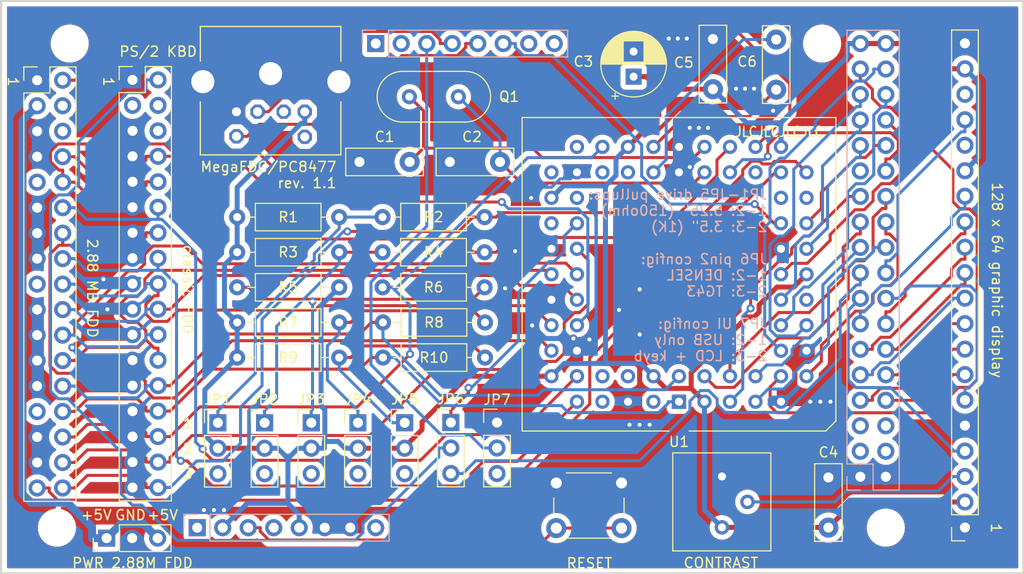
<source format=kicad_pcb>
(kicad_pcb (version 20221018) (generator pcbnew)
  (title_block (date "mar. 31 mars 2015"))
  (layers (0 "F.Cu" signal) (31 "B.Cu" signal) (34 "B.Paste" user) (35 "F.Paste" user) (36 "B.SilkS" user "B.Silkscreen") (37 "F.SilkS" user "F.Silkscreen") (38 "B.Mask" user) (39 "F.Mask" user) (44 "Edge.Cuts" user))
  (net 0 "")
  (net 1 "GND")
  (net 2 "+5V")
  (net 4 "Net-(J1-Pin_3)")
  (net 9 "/D05")
  (net 10 "/D04")
  (net 11 "/D03")
  (net 12 "/D02")
  (net 19 "/D48")
  (net 20 "/D49")
  (net 21 "/D46")
  (net 22 "/D47")
  (net 23 "/D44")
  (net 24 "/D45")
  (net 25 "/D42")
  (net 26 "/D43")
  (net 27 "/D40")
  (net 28 "/D41")
  (net 29 "/D38")
  (net 30 "/D39")
  (net 31 "/D36")
  (net 32 "/D37")
  (net 33 "/D34")
  (net 34 "/D35")
  (net 35 "/D32")
  (net 36 "/D33")
  (net 38 "/D31")
  (net 39 "/D28")
  (net 40 "/D29")
  (net 41 "/D26")
  (net 42 "/D27")
  (net 43 "/D24")
  (net 44 "/D25")
  (net 45 "/D22")
  (net 46 "/D23")
  (net 49 "/DRATE0")
  (net 50 "/DRATE1")
  (net 52 "Net-(U1-XTAL1{slash}CLK)")
  (net 53 "Net-(U1-XTAL2)")
  (net 54 "Net-(U1-LOFIL)")
  (net 55 "Net-(U1-HIFIL)")
  (net 56 "/EXT_PWR")
  (net 63 "/DENSEL")
  (net 64 "/HDSEL")
  (net 65 "/WGATE")
  (net 66 "/WDATA")
  (net 67 "/STEP")
  (net 68 "/DIR")
  (net 69 "/MTR0")
  (net 70 "/DR0")
  (net 71 "/MTR1")
  (net 72 "/DR1")
  (net 77 "/CNTRST")
  (net 83 "/INDEX")
  (net 84 "/TRK0")
  (net 85 "/WP")
  (net 86 "/RDATA")
  (net 87 "/DSKCHG")
  (net 93 "Net-(JP1-Pin_1)")
  (net 95 "Net-(JP2-Pin_1)")
  (net 97 "Net-(JP3-Pin_1)")
  (net 99 "Net-(JP4-Pin_1)")
  (net 101 "Net-(JP5-Pin_1)")
  (net 103 "/FD_P2")
  (footprint "Resistor_THT:R_Axial_DIN0207_L6.3mm_D2.5mm_P10.16mm_Horizontal" (layer "F.Cu") (at 137.9 68)
    (fp_text reference "R4" hide)
    (fp_text value "150" hide)
  )
  (footprint "Connector_PinHeader_2.54mm:PinHeader_2x17_P2.54mm_Vertical" (layer "F.Cu") (at 113 50.82)
    (fp_text reference "J5" hide)
    (fp_text value "classic FDD" hide)
  )
  (footprint "Capacitor_THT:C_Disc_D7.5mm_W2.5mm_P5.00mm" (layer "F.Cu") (at 144.6 59)
    (fp_text reference "C2")
    (fp_text value "10p" hide)
  )
  (footprint "Resistor_THT:R_Axial_DIN0207_L6.3mm_D2.5mm_P10.16mm_Horizontal" (layer "F.Cu") (at 148.1 78.5 180)
    (fp_text reference "R10" hide)
    (fp_text value "150" hide)
  )
  (footprint "Connector_PinHeader_2.54mm:PinHeader_1x03_P2.54mm_Vertical" (layer "F.Cu") (at 149.3 84.975)
    (fp_text reference "JP7")
    (fp_text value "USB / LCD+KBD" hide)
  )
  (footprint "Connector_PinHeader_2.54mm:PinHeader_1x03_P2.54mm_Vertical" (layer "F.Cu") (at 130.8 85)
    (fp_text reference "JP3")
    (fp_text value "5.25\" / 3.5\"" hide)
  )
  (footprint "Connector_PinHeader_2.54mm:PinHeader_2x17_P2.54mm_Vertical" (layer "F.Cu") (at 103.5 50.86)
    (fp_text reference "J6" hide)
    (fp_text value "2.88 MB FDD" hide)
  )
  (footprint "Potentiometer_THT:Potentiometer_Bourns_3386P_Vertical" (layer "F.Cu") (at 171.7 95.43)
    (fp_text reference "P1" hide)
    (fp_text value "2k2" hide)
  )
  (footprint "Connector_PinSocket_2.54mm:PinSocket_1x20_P2.54mm_Vertical" (layer "F.Cu") (at 195.9 95.44 180)
    (fp_text reference "J4" hide)
    (fp_text value "128 x 64 graphic display" hide)
  )
  (footprint "Resistor_THT:R_Axial_DIN0207_L6.3mm_D2.5mm_P10.16mm_Horizontal" (layer "F.Cu") (at 123.42 64.5)
    (fp_text reference "R1" hide)
    (fp_text value "820" hide)
  )
  (footprint "Arduino_MountingHole:MountingHole_3.2mm" (layer "F.Cu") (at 188.02 95.46)
    (fp_text reference "MH6" hide)
    (fp_text value "MountingHole_3.2mm" hide)
  )
  (footprint "Connector_MiniDIN:Mini_DIN6_Female_THT" (layer "F.Cu") (at 126.75 50.25)
    (fp_text reference "J8" hide)
    (fp_text value "PS/2 keyboard" hide)
  )
  (footprint "Capacitor_THT:CP_Radial_D6.3mm_P2.50mm" (layer "F.Cu") (at 162.9 50.5 90)
    (fp_text reference "C3")
    (fp_text value "100u" hide)
  )
  (footprint "Package_LCC:PLCC-68_THT-Socket" (layer "F.Cu") (at 167.42 82.9 180)
    (fp_text reference "U1")
    (fp_text value "PC8477B" hide)
  )
  (footprint "Capacitor_THT:C_Disc_D7.5mm_W2.5mm_P5.00mm" (layer "F.Cu") (at 170.8 51.75 90)
    (fp_text reference "C5")
    (fp_text value "100n" hide)
  )
  (footprint "Connector_PinHeader_2.54mm:PinHeader_1x03_P2.54mm_Vertical" (layer "F.Cu") (at 135.45 85)
    (fp_text reference "JP4")
    (fp_text value "5.25\" / 3.5\"" hide)
  )
  (footprint "Resistor_THT:R_Axial_DIN0207_L6.3mm_D2.5mm_P10.16mm_Horizontal" (layer "F.Cu") (at 148.06 71.5 180)
    (fp_text reference "R6" hide)
    (fp_text value "150" hide)
  )
  (footprint "Capacitor_THT:C_Disc_D7.5mm_W2.5mm_P5.00mm" (layer "F.Cu") (at 135.6 59)
    (fp_text reference "C1")
    (fp_text value "10p" hide)
  )
  (footprint "Resistor_THT:R_Axial_DIN0207_L6.3mm_D2.5mm_P10.16mm_Horizontal" (layer "F.Cu") (at 148.1 75 180)
    (fp_text reference "R8" hide)
    (fp_text value "150" hide)
  )
  (footprint "Connector_PinHeader_2.54mm:PinHeader_1x03_P2.54mm_Vertical" (layer "F.Cu") (at 110.42 96.5 90)
    (fp_text reference "J7" hide)
    (fp_text value "2.88MB FDD ext. power")
  )
  (footprint "Resistor_THT:R_Axial_DIN0207_L6.3mm_D2.5mm_P10.16mm_Horizontal" (layer "F.Cu") (at 137.9 64.5)
    (fp_text reference "R2" hide)
    (fp_text value "150" hide)
  )
  (footprint "Arduino_MountingHole:MountingHole_3.2mm" (layer "F.Cu") (at 106.74 47.2)
    (fp_text reference "MH1" hide)
    (fp_text value "MountingHole_3.2mm" hide)
  )
  (footprint "Connector_PinHeader_2.54mm:PinHeader_1x03_P2.54mm_Vertical" (layer "F.Cu") (at 144.7 84.975)
    (fp_text reference "JP6")
    (fp_text value "DENSEL / TG43")
  )
  (footprint "Resistor_THT:R_Axial_DIN0207_L6.3mm_D2.5mm_P10.16mm_Horizontal" (layer "F.Cu") (at 123.42 78.5)
    (fp_text reference "R9" hide)
    (fp_text value "820" hide)
  )
  (footprint "Connector_PinHeader_2.54mm:PinHeader_1x03_P2.54mm_Vertical" (layer "F.Cu") (at 140.1 85)
    (fp_text reference "JP5")
    (fp_text value "5.25\" / 3.5\"" hide)
  )
  (footprint "Resistor_THT:R_Axial_DIN0207_L6.3mm_D2.5mm_P10.16mm_Horizontal" (layer "F.Cu") (at 123.42 68)
    (fp_text reference "R3" hide)
    (fp_text value "820" hide)
  )
  (footprint "Button_Switch_THT:SW_PUSH_6mm" (layer "F.Cu") (at 155.2 91)
    (fp_text reference "SW1" hide)
    (fp_text value "RESET" hide)
  )
  (footprint "Resistor_THT:R_Axial_DIN0207_L6.3mm_D2.5mm_P10.16mm_Horizontal" (layer "F.Cu") (at 123.42 75)
    (fp_text reference "R7" hide)
    (fp_text value "820" hide)
  )
  (footprint "Resistor_THT:R_Axial_DIN0207_L6.3mm_D2.5mm_P10.16mm_Horizontal" (layer "F.Cu") (at 133.58 71.5 180)
    (fp_text reference "R5" hide)
    (fp_text value "820" hide)
  )
  (footprint "Capacitor_THT:C_Disc_D7.5mm_W2.5mm_P5.00mm" (layer "F.Cu") (at 177.1 51.8 90)
    (fp_text reference "C6")
    (fp_text value "4n7")
  )
  (footprint "Capacitor_THT:C_Disc_D7.5mm_W2.5mm_P5.00mm" (layer "F.Cu") (at 182.3 95.45 90)
    (fp_text reference "C4")
    (fp_text value "100n" hide)
  )
  (footprint "Arduino_MountingHole:MountingHole_3.2mm" (layer "F.Cu") (at 105.47 95.46)
    (fp_text reference "MH2" hide)
    (fp_text value "MountingHole_3.2mm" hide)
  )
  (footprint "Connector_PinHeader_2.54mm:PinHeader_1x03_P2.54mm_Vertical" (layer "F.Cu") (at 121.5 85)
    (fp_text reference "JP1")
    (fp_text value "5.25\" / 3.5\"" hide)
  )
  (footprint "Connector_PinHeader_2.54mm:PinHeader_1x03_P2.54mm_Vertical" (layer "F.Cu") (at 126.15 85)
    (fp_text reference "JP2")
    (fp_text value "5.25\" / 3.5\"" hide)
  )
  (footprint "Arduino_MountingHole:MountingHole_3.2mm" (layer "F.Cu") (at 181.67 47.2)
    (fp_text reference "MH5" hide)
    (fp_text value "MountingHole_3.2mm" hide)
  )
  (footprint "Crystal:Crystal_HC49-U_Vertical" (layer "F.Cu") (at 145.45 52.5 180)
    (fp_text reference "Q1")
    (fp_text value "24 MHz" hide)
  )
  (footprint "Connector_PinHeader_2.54mm:PinHeader_2x18_P2.54mm_Vertical" (layer "B.Cu") (at 185.48 90.38)
    (fp_text reference "J3" hide)
    (fp_text value "Digital" hide)
  )
  (footprint "Connector_PinHeader_2.54mm:PinHeader_1x08_P2.54mm_Vertical" (layer "B.Cu") (at 119.44 95.46 -90)
    (fp_text reference "J1" hide)
    (fp_text value "Power" hide)
  )
  (footprint "Connector_PinHeader_2.54mm:PinHeader_1x08_P2.54mm_Vertical" (layer "B.Cu") (at 137.22 47.2 -90)
    (fp_text reference "J2" hide)
    (fp_text value "PWM 7-0" hide)
  )
  (gr_rect locked (start 99.9 42.96) (end 201.7 100) (stroke (width 0.2)) (fill none) (layer "Edge.Cuts"))
  (gr_text "JP1-JP5 drive pullups:\n1-2: 5.25{dblquote} (150ohm)\n2-3: 3.5{dblquote} (1K)\n\nJP6 pin2 config:\n1-2: DENSEL\n2-3: TG43\n\nJP7 UI config:\n1-2: USB only\n2-3: LCD + keyb" (at 176.3 70.3) (layer "B.SilkS") (effects (font (size 1 1)) (justify left mirror)))
  (gr_text "128 x 64 graphic display" (at 199.1 70.8 270) (layer "F.SilkS") (effects (font (size 1 1))))
  (gr_text "1" (at 101.1 51 -90) (layer "F.SilkS") (effects (font (size 1 1))))
  (gr_text "JLCJLCJLCJLC" (at 177.4 56) (layer "F.SilkS") (effects (font (size 1 0.85) (thickness 0.15) bold)))
  (gr_text "+5V" (at 109.4 94.2) (layer "F.SilkS") (effects (font (size 1 1))))
  (gr_text "+5V" (at 116 94.2) (layer "F.SilkS") (effects (font (size 1 1))))
  (gr_text "1" (at 199 95.5 -90) (layer "F.SilkS") (effects (font (size 1 1))))
  (gr_text "2" (at 118.5 87.6) (layer "F.SilkS") (effects (font (size 1 1))))
  (gr_text "CONTRAST" (at 171.6 98.960874) (layer "F.SilkS") (effects (font (size 1 1))))
  (gr_text "PS/2 KBD" (at 111.6 48) (layer "F.SilkS") (effects (font (size 1 1)) (justify left)))
  (gr_text "1" (at 110.6 51 -90) (layer "F.SilkS") (effects (font (size 1 1))))
  (gr_text "3" (at 118.5 90.1) (layer "F.SilkS") (effects (font (size 1 1))))
  (gr_text "MegaFDC/PC8477\nrev. 1.1" (at 133.4 60.3) (layer "F.SilkS") (effects (font (size 1 1)) (justify right)))
  (gr_text "GND" (at 112.8 94.2) (layer "F.SilkS") (effects (font (size 1 1))))
  (gr_text "2.88 MB FDD" (at 109 71.6 270) (layer "F.SilkS") (effects (font (size 1 1))))
  (gr_text "1" (at 118.5 85.1) (layer "F.SilkS") (effects (font (size 1 1))))
  (gr_text "PWR 2.88M FDD" (at 112.997201 98.977943) (layer "F.SilkS") (effects (font (size 1 1))))
  (gr_text "RESET" (at 158.5 99) (layer "F.SilkS") (effects (font (size 1 1))))
  (gr_text "classic FDD" (at 118.52 71.7 270) (layer "F.SilkS") (effects (font (size 1 1))))
  (segment (start 163.5012 76.2012) (end 163.5012 85.1988) (width 0.5) (layer "F.Cu") (net 1))
  (segment (start 158.5 76.7) (end 157 76.7) (width 0.5) (layer "F.Cu") (net 1))
  (segment (start 178.9588 78.9812) (end 178.9588 81.3588) (width 0.5) (layer "F.Cu") (net 1))
  (segment (start 157 76.7) (end 156.9 76.6) (width 0.5) (layer "F.Cu") (net 1))
  (segment (start 178.9588 81.3588) (end 180.5 82.9) (width 0.5) (layer "F.Cu") (net 1))
  (segment (start 180.12 77.82) (end 178.9588 78.9812) (width 0.5) (layer "F.Cu") (net 1))
  (segment (start 163.5012 85.1988) (end 163.5 85.2) (width 0.5) (layer "F.Cu") (net 1))
  (segment (start 161.45 73.75) (end 158.5 76.7) (width 0.5) (layer "F.Cu") (net 1))
  (segment (start 163.5 76.2) (end 163.5012 76.2012) (width 0.5) (layer "F.Cu") (net 1))
  (via (at 152.8 75.3) (size 0.8) (drill 0.4) (layers "F.Cu" "B.Cu") (net 1))
  (via (at 107 77.5) (size 0.8) (drill 0.4) (layers "F.Cu" "B.Cu") (net 1))
  (via (at 156.9 76.6) (size 0.8) (drill 0.4) (layers "F.Cu" "B.Cu") (net 1))
  (via (at 181.5 82.9) (size 0.8) (drill 0.4) (layers "F.Cu" "B.Cu") (net 1))
  (via (at 166.4 46.7) (size 0.8) (drill 0.4) (layers "F.Cu" "B.Cu") (net 1))
  (via (at 167.3 46.7) (size 0.8) (drill 0.4) (layers "F.Cu" "B.Cu") (net 1))
  (via (at 174 51.7) (size 0.8) (drill 0.4) (layers "F.Cu" "B.Cu") (net 1))
  (via (at 168.5 55.6) (size 0.8) (drill 0.4) (layers "F.Cu" "B.Cu") (net 1))
  (via (at 121.1 93.7) (size 0.8) (drill 0.4) (layers "F.Cu" "B.Cu") (net 1))
  (via (at 164.5 85.2) (size 0.8) (drill 0.4) (layers "F.Cu" "B.Cu") (net 1))
  (via (at 169.4 55.6) (size 0.8) (drill 0.4) (layers "F.Cu" "B.Cu") (net 1))
  (via (at 163.5 85.2) (size 0.8) (drill 0.4) (layers "F.Cu" "B.Cu") (net 1))
  (via (at 150.1 71.6) (size 0.8) (drill 0.4) (layers "F.Cu" "B.Cu") (net 1))
  (via (at 120.1 93.7) (size 0.8) (drill 0.4) (layers "F.Cu" "B.Cu") (net 1))
  (via (at 110.1 70.7) (size 0.8) (drill 0.4) (layers "F.Cu" "B.Cu") (net 1))
  (via (at 168.5 59.5) (size 0.8) (drill 0.4) (layers "F.Cu" "B.Cu") (net 1))
  (via (at 174.9 51.7) (size 0.8) (drill 0.4) (layers "F.Cu" "B.Cu") (net 1))
  (via (at 110.5 73.7) (size 0.8) (drill 0.4) (layers "F.Cu" "B.Cu") (net 1))
  (via (at 163.5 71.7) (size 0.8) (drill 0.4) (layers "F.Cu" "B.Cu") (net 1))
  (via (at 158.5 76.7) (size 0.8) (drill 0.4) (layers "F.Cu" "B.Cu") (net 1))
  (via (at 152.7 62.6) (size 0.8) (drill 0.4) (layers "F.Cu" "B.Cu") (net 1))
  (via (at 162.5 85.2) (size 0.8) (drill 0.4) (layers "F.Cu" "B.Cu") (net 1))
  (via (at 173.1 51.7) (size 0.8) (drill 0.4) (layers "F.Cu" "B.Cu") (net 1))
  (via (at 180.5 82.9) (size 0.8) (drill 0.4) (layers "F.Cu" "B.Cu") (net 1))
  (via (at 168.2 46.7) (size 0.8) (drill 0.4) (layers "F.Cu" "B.Cu") (net 1))
  (via (at 161.45 73.75) (size 0.8) (drill 0.4) (layers "F.Cu" "B.Cu") (net 1))
  (via (at 151.1 67.9) (size 0.8) (drill 0.4) (layers "F.Cu" "B.Cu") (net 1))
  (via (at 182.5 82.9) (size 0.8) (drill 0.4) (layers "F.Cu" "B.Cu") (net 1))
  (via (at 163.5 76.2) (size 0.8) (drill 0.4) (layers "F.Cu" "B.Cu") (net 1))
  (via (at 176.8 53.9) (size 0.8) (drill 0.4) (layers "F.Cu" "B.Cu") (net 1))
  (via (at 122.1 93.7) (size 0.8) (drill 0.4) (layers "F.Cu" "B.Cu") (net 1))
  (via (at 170.3 55.6) (size 0.8) (drill 0.4) (layers "F.Cu" "B.Cu") (net 1))
  (segment (start 153.7812 61.5188) (end 152.7 62.6) (width 0.3) (layer "B.Cu") (net 1))
  (segment (start 157.26 60.04) (end 156.6106 60.6894) (width 0.3) (layer "B.Cu") (net 1))
  (segment (start 155.571364 60.6894) (end 154.741964 61.5188) (width 0.3) (layer "B.Cu") (net 1))
  (segment (start 156.9 76.6) (end 154.1 76.6) (width 0.5) (layer "B.Cu") (net 1))
  (segment (start 163.5 76.2) (end 163.5 71.7) (width 0.5) (layer "B.Cu") (net 1))
  (segment (start 154.1 76.6) (end 152.8 75.3) (width 0.5) (layer "B.Cu") (net 1))
  (segment (start 156.6106 60.6894) (end 155.571364 60.6894) (width 0.3) (layer "B.Cu") (net 1))
  (segment (start 163.5 71.7) (end 163.2 72) (width 0.5) (layer "B.Cu") (net 1))
  (segment (start 154.741964 61.5188) (end 153.7812 61.5188) (width 0.3) (layer "B.Cu") (net 1))
  (segment (start 163.5 71.7) (end 161.45 73.75) (width 0.5) (layer "B.Cu") (net 1))
  (segment (start 168.6358 81.5758) (end 169.96 82.9) (width 0.5) (layer "F.Cu") (net 2))
  (segment (start 164.88 80.36) (end 166.0958 81.5758) (width 0.5) (layer "F.Cu") (net 2))
  (segment (start 175.4053 73.2473) (end 177.1826 71.47) (width 0.5) (layer "F.Cu") (net 2))
  (segment (start 178.85 71.47) (end 180.12 70.2) (width 0.5) (layer "F.Cu") (net 2))
  (segment (start 146.4016 80.36) (end 141.8321 84.9295) (width 0.5) (layer "F.Cu") (net 2))
  (segment (start 168.6358 81.5758) (end 168.6358 80.019) (width 0.5) (layer "F.Cu") (net 2))
  (segment (start 140.1 87.54) (end 139.8472 87.54) (width 0.5) (layer "F.Cu") (net 2))
  (segment (start 165.4019 51.75) (end 164.1519 50.5) (width 0.5) (layer "F.Cu") (net 2))
  (segment (start 182.3 95.45) (end 184.85 92.9) (width 0.5) (layer "F.Cu") (net 2))
  (segment (start 139.8472 87.54) (end 136.7519 87.54) (width 0.5) (layer "F.Cu") (net 2))
  (segment (start 165.4019 54.4381) (end 165.4019 51.75) (width 0.5) (layer "F.Cu") (net 2))
  (segment (start 162.34 57.5) (end 165.4019 54.4381) (width 0.5) (layer "F.Cu") (net 2))
  (segment (start 154.72 80.36) (end 146.4016 80.36) (width 0.5) (layer "F.Cu") (net 2))
  (segment (start 184.85 92.9) (end 195.9 92.9) (width 0.5) (layer "F.Cu") (net 2))
  (segment (start 139.9684 87.54) (end 139.8472 87.54) (width 0.5) (layer "F.Cu") (net 2))
  (segment (start 121.5 87.54) (end 126.15 87.54) (width 0.5) (layer "F.Cu") (net 2))
  (segment (start 170.8 51.75) (end 165.4019 51.75) (width 0.5) (layer "F.Cu") (net 2))
  (segment (start 182.28 95.43) (end 182.3 95.45) (width 0.5) (layer "F.Cu") (net 2))
  (segment (start 141.8321 84.9295) (end 141.8321 85.6763) (width 0.5) (layer "F.Cu") (net 2))
  (segment (start 174.9063 74.4544) (end 175.4053 73.9554) (width 0.5) (layer "F.Cu") (net 2))
  (segment (start 141.8321 85.6763) (end 139.9684 87.54) (width 0.5) (layer "F.Cu") (net 2))
  (segment (start 171.7 95.43) (end 182.28 95.43) (width 0.5) (layer "F.Cu") (net 2))
  (segment (start 162.9 50.5) (end 164.1519 50.5) (width 0.5) (layer "F.Cu") (net 2))
  (segment (start 177.1826 71.47) (end 178.85 71.47) (width 0.5) (layer "F.Cu") (net 2))
  (segment (start 188.02 47.2) (end 192.0781 47.2) (width 0.5) (layer "F.Cu") (net 2))
  (segment (start 195.9 49.72) (end 194.5981 49.72) (width 0.5) (layer "F.Cu") (net 2))
  (segment (start 168.6358 80.019) (end 174.2004 74.4544) (width 0.5) (layer "F.Cu") (net 2))
  (segment (start 174.2004 74.4544) (end 174.9063 74.4544) (width 0.5) (layer "F.Cu") (net 2))
  (segment (start 166.0958 81.5758) (end 168.6358 81.5758) (width 0.5) (layer "F.Cu") (net 2))
  (segment (start 175.4053 73.9554) (end 175.4053 73.2473) (width 0.5) (layer "F.Cu") (net 2))
  (segment (start 135.45 87.54) (end 136.7519 87.54) (width 0.5) (layer "F.Cu") (net 2))
  (segment (start 192.0781 47.2) (end 194.5981 49.72) (width 0.5) (layer "F.Cu") (net 2))
  (segment (start 185.48 47.2) (end 188.02 47.2) (width 0.5) (layer "F.Cu") (net 2))
  (segment (start 123.42 68) (end 123.42 64.5) (width 0.5) (layer "B.Cu") (net 2))
  (segment (start 120.1981 86.2381) (end 120.1981 81.7219) (width 0.5) (layer "B.Cu") (net 2))
  (segment (start 121.5 87.54) (end 120.1981 86.2381) (width 0.5) (layer "B.Cu") (net 2))
  (segment (start 155.99 79.09) (end 154.72 80.36) (width 0.5) (layer "B.Cu") (net 2))
  (segment (start 132.1019 86.914) (end 132.1518 86.8641) (width 0.5) (layer "B.Cu") (net 2))
  (segment (start 161.1494 60.3387) (end 161.1494 58.6906) (width 0.5) (layer "B.Cu") (net 2))
  (segment (start 129.7881 55.1645) (end 130.15 55.1645) (width 0.5) (layer "B.Cu") (net 2))
  (segment (start 128.475 93.0331) (end 128.475 88.3349) (width 0.5) (layer "B.Cu") (net 2))
  (segment (start 177.58 55.1) (end 184.1781 48.5019) (width 0.5) (layer "B.Cu") (net 2))
  (segment (start 132.1518 86.8641) (end 132.1518 83.6996) (width 0.5) (layer "B.Cu") (net 2))
  (segment (start 160.0987 61.3894) (end 160.0987 79.09) (width 0.5) (layer "B.Cu") (net 2))
  (segment (start 128.475 88.3349) (end 128.2468 88.3349) (width 0.5) (layer "B.Cu") (net 2))
  (segment (start 128.2468 88.3349) (end 127.4519 87.54) (width 0.5) (layer "B.Cu") (net 2))
  (segment (start 121.98 95.46) (end 124.4069 93.0331) (width 0.5) (layer "B.Cu") (net 2))
  (segment (start 163.61 79.09) (end 160.0987 79.09) (width 0.5) (layer "B.Cu") (net 2))
  (segment (start 177.58 55.1) (end 174.15 55.1) (width 0.5) (layer "B.Cu") (net 2))
  (segment (start 124.4069 93.0331) (end 128.475 93.0331) (width 0.5) (layer "B.Cu") (net 2))
  (segment (start 129.6 95.46) (end 129.6 94.1581) (width 0.5) (layer "B.Cu") (net 2))
  (segment (start 130.8 87.54) (end 132.1019 87.54) (width 0.5) (layer "B.Cu") (net 2))
  (segment (start 184.1781 48.5019) (end 184.1781 47.2) (width 0.5) (layer "B.Cu") (net 2))
  (segment (start 120.1981 81.7219) (end 123.42 78.5) (width 0.5) (layer "B.Cu") (net 2))
  (segment (start 132.1518 83.6996) (end 131.7757 83.3235) (width 0.5) (layer "B.Cu") (net 2))
  (segment (start 155.9106 61.3894) (end 160.0987 61.3894) (width 0.5) (layer "B.Cu") (net 2))
  (segment (start 161.1494 58.6906) (end 162.34 57.5) (width 0.5) (layer "B.Cu") (net 2))
  (segment (start 195.9 49.72) (end 197.2289 51.0489) (width 0.5) (layer "B.Cu") (net 2))
  (segment (start 123.42 64.5) (end 123.42 61.5326) (width 0.5) (layer "B.Cu") (net 2))
  (segment (start 123.42 75) (end 122.1559 73.7359) (width 0.5) (layer "B.Cu") (net 2))
  (segment (start 130.8 87.54) (end 129.4981 87.54) (width 0.5) (layer "B.Cu") (net 2))
  (segment (start 126.15 87.54) (end 127.4519 87.54) (width 0.5) (layer "B.Cu") (net 2))
  (segment (start 128.7032 88.3349) (end 128.475 88.3349) (width 0.5) (layer "B.Cu") (net 2))
  (segment (start 160.0987 79.09) (end 155.99 79.09) (width 0.5) (layer "B.Cu") (net 2))
  (segment (start 135.45 87.54) (end 134.1481 87.54) (width 0.5) (layer "B.Cu") (net 2))
  (segment (start 122.1559 69.2641) (end 123.42 68) (width 0.5) (layer "B.Cu") (net 2))
  (segment (start 169.96 82.9) (end 169.96 93.69) (width 0.5) (layer "B.Cu") (net 2))
  (segment (start 160.0987 61.3894) (end 161.1494 60.3387) (width 0.5) (layer "B.Cu") (net 2))
  (segment (start 128.475 93.0331) (end 129.6 94.1581) (width 0.5) (layer "B.Cu") (net 2))
  (segment (start 197.2289 51.0489) (end 197.2289 58.5511) (width 0.5) (layer "B.Cu") (net 2))
  (segment (start 177.58 57.5) (end 177.58 55.1) (width 0.5) (layer "B.Cu") (net 2))
  (segment (start 133.4722 86.8641) (end 134.1481 87.54) (width 0.5) (layer "B.Cu") (net 2))
  (segment (start 130.15 54) (end 130.15 55.1645) (width 0.5) (layer "B.Cu") (net 2))
  (segment (start 185.48 47.2) (end 184.1781 47.2) (width 0.5) (layer "B.Cu") (net 2))
  (segment (start 164.88 80.36) (end 163.61 79.09) (width 0.5) (layer "B.Cu") (net 2))
  (segment (start 132.1518 86.8641) (end 133.4722 86.8641) (width 0.5) (layer "B.Cu") (net 2))
  (segment (start 197.2289 58.5511) (end 195.9 59.88) (width 0.5) (layer "B.Cu") (net 2))
  (segment (start 154.72 62.58) (end 155.9106 61.3894) (width 0.5) (layer "B.Cu") (net 2))
  (segment (start 122.1559 73.7359) (end 122.1559 69.2641) (width 0.5) (layer "B.Cu") (net 2))
  (segment (start 131.7757 83.3235) (end 131.7757 73.3043) (width 0.5) (layer "B.Cu") (net 2))
  (segment (start 131.7757 73.3043) (end 133.58 71.5) (width 0.5) (layer "B.Cu") (net 2))
  (segment (start 129.4981 87.54) (end 128.7032 88.3349) (width 0.5) (layer "B.Cu") (net 2))
  (segment (start 174.15 55.1) (end 170.8 51.75) (width 0.5) (layer "B.Cu") (net 2))
  (segment (start 132.1019 87.54) (end 132.1019 86.914) (width 0.5) (layer "B.Cu") (net 2))
  (segment (start 169.96 93.69) (end 171.7 95.43) (width 0.5) (layer "B.Cu") (net 2))
  (segment (start 123.42 78.5) (end 123.42 75) (width 0.5) (layer "B.Cu") (net 2))
  (segment (start 123.42 61.5326) (end 129.7881 55.1645) (width 0.5) (layer "B.Cu") (net 2))
  (segment (start 155.2 95.5) (end 161.7 95.5) (width 0.3) (layer "F.Cu") (net 4))
  (segment (start 124.52 95.46) (end 125.7219 95.46) (width 0.3) (layer "F.Cu") (net 4))
  (segment (start 154.0142 96.6858) (end 155.2 95.5) (width 0.3) (layer "F.Cu") (net 4))
  (segment (start 125.7219 95.46) (end 125.7219 95.8356) (width 0.3) (layer "F.Cu") (net 4))
  (segment (start 126.5721 96.6858) (end 154.0142 96.6858) (width 0.3) (layer "F.Cu") (net 4))
  (segment (start 125.7219 95.8356) (end 126.5721 96.6858) (width 0.3) (layer "F.Cu") (net 4))
  (segment (start 146.6082 86.2251) (end 147.8981 87.515) (width 0.3) (layer "B.Cu") (net 9))
  (segment (start 142.3 65.4122) (end 136.7439 70.9683) (width 0.3) (layer "B.Cu") (net 9))
  (segment (start 143.75 86.2251) (end 146.6082 86.2251) (width 0.3) (layer "B.Cu") (net 9))
  (segment (start 149.1 87.515) (end 147.8981 87.515) (width 0.3) (layer "B.Cu") (net 9))
  (segment (start 136.7439 70.9683) (end 136.7439 79.219) (width 0.3) (layer "B.Cu") (net 9))
  (segment (start 136.7439 79.219) (end 143.75 86.2251) (width 0.3) (layer "B.Cu") (net 9))
  (segment (start 142.3 47.2) (end 142.3 65.4122) (width 0.3) (layer "B.Cu") (net 9))
  (segment (start 144.84 47.2) (end 143.6381 47.2) (width 0.3) (layer "F.Cu") (net 10))
  (segment (start 126.5145 54) (end 134.5164 45.9981) (width 0.3) (layer "F.Cu") (net 10))
  (segment (start 142.8098 45.9981) (end 143.6381 46.8264) (width 0.3) (layer "F.Cu") (net 10))
  (segment (start 134.5164 45.9981) (end 142.8098 45.9981) (width 0.3) (layer "F.Cu") (net 10))
  (segment (start 125.45 54) (end 126.5145 54) (width 0.3) (layer "F.Cu") (net 10))
  (segment (start 143.6381 46.8264) (end 143.6381 47.2) (width 0.3) (layer "F.Cu") (net 10))
  (segment (start 139.8318 48.4019) (end 132.9837 55.25) (width 0.3) (layer "F.Cu") (net 11))
  (segment (start 145.3519 48.4019) (end 139.8318 48.4019) (width 0.3) (layer "F.Cu") (net 11))
  (segment (start 125.6145 55.25) (end 124.4145 56.45) (width 0.3) (layer "F.Cu") (net 11))
  (segment (start 146.1781 47.2) (end 146.1781 47.5757) (width 0.3) (layer "F.Cu") (net 11))
  (segment (start 123.35 56.45) (end 124.4145 56.45) (width 0.3) (layer "F.Cu") (net 11))
  (segment (start 147.38 47.2) (end 146.1781 47.2) (width 0.3) (layer "F.Cu") (net 11))
  (segment (start 132.9837 55.25) (end 125.6145 55.25) (width 0.3) (layer "F.Cu") (net 11))
  (segment (start 146.1781 47.5757) (end 145.3519 48.4019) (width 0.3) (layer "F.Cu") (net 11))
  (segment (start 174.9667 63.2034) (end 176.8833 65.12) (width 0.3) (layer "F.Cu") (net 12))
  (segment (start 176.8833 65.12) (end 177.58 65.12) (width 0.3) (layer "F.Cu") (net 12))
  (via (at 174.9667 63.2034) (size 0.8) (drill 0.4) (layers "F.Cu" "B.Cu") (net 12))
  (segment (start 163.7014 57.2941) (end 163.7014 60.4114) (width 0.3) (layer "B.Cu") (net 12))
  (segment (start 151.1219 47.2) (end 151.1219 47.5757) (width 0.3) (layer "B.Cu") (net 12))
  (segment (start 154.8092 48.4019) (end 163.7014 57.2941) (width 0.3) (layer "B.Cu") (net 12))
  (segment (start 149.92 47.2) (end 151.1219 47.2) (width 0.3) (layer "B.Cu") (net 12))
  (segment (start 151.1219 47.5757) (end 151.9481 48.4019) (width 0.3) (layer "B.Cu") (net 12))
  (segment (start 163.7014 60.4114) (end 166.4934 63.2034) (width 0.3) (layer "B.Cu") (net 12))
  (segment (start 166.4934 63.2034) (end 174.9667 63.2034) (width 0.3) (layer "B.Cu") (net 12))
  (segment (start 151.9481 48.4019) (end 154.8092 48.4019) (width 0.3) (layer "B.Cu") (net 12))
  (segment (start 186.6819 82.76) (end 186.6819 82.3843) (width 0.3) (layer "F.Cu") (net 19))
  (segment (start 186.6819 82.3843) (end 187.5081 81.5581) (width 0.3) (layer "F.Cu") (net 19))
  (segment (start 195.9 77.66) (end 194.6981 77.66) (width 0.3) (layer "F.Cu") (net 19))
  (segment (start 187.5081 81.5581) (end 190.8 81.5581) (width 0.3) (layer "F.Cu") (net 19))
  (segment (start 185.48 82.76) (end 186.6819 82.76) (width 0.3) (layer "F.Cu") (net 19))
  (segment (start 190.8 81.5581) (end 194.6981 77.66) (width 0.3) (layer "F.Cu") (net 19))
  (segment (start 192.1381 82.76) (end 188.02 82.76) (width 0.3) (layer "F.Cu") (net 20))
  (segment (start 194.6981 80.2) (end 192.1381 82.76) (width 0.3) (layer "F.Cu") (net 20))
  (segment (start 195.9 80.2) (end 194.6981 80.2) (width 0.3) (layer "F.Cu") (net 20))
  (segment (start 187.5081 79.0181) (end 188.3845 79.0181) (width 0.3) (layer "B.Cu") (net 21))
  (segment (start 186.6819 79.8443) (end 187.5081 79.0181) (width 0.3) (layer "B.Cu") (net 21))
  (segment (start 185.48 80.22) (end 186.6819 80.22) (width 0.3) (layer "B.Cu") (net 21))
  (segment (start 195.9 72.58) (end 194.6981 72.58) (width 0.3) (layer "B.Cu") (net 21))
  (segment (start 194.6981 72.7045) (end 194.6981 72.58) (width 0.3) (layer "B.Cu") (net 21))
  (segment (start 186.6819 80.22) (end 186.6819 79.8443) (width 0.3) (layer "B.Cu") (net 21))
  (segment (start 188.3845 79.0181) (end 194.6981 72.7045) (width 0.3) (layer "B.Cu") (net 21))
  (segment (start 188.02 80.22) (end 189.2219 80.22) (width 0.3) (layer "F.Cu") (net 22))
  (segment (start 189.2219 80.22) (end 194.3219 75.12) (width 0.3) (layer "F.Cu") (net 22))
  (segment (start 194.3219 75.12) (end 195.9 75.12) (width 0.3) (layer "F.Cu") (net 22))
  (segment (start 186.6819 77.3043) (end 187.5081 76.4781) (width 0.3) (layer "F.Cu") (net 23))
  (segment (start 187.5081 76.4781) (end 188.4582 76.4781) (width 0.3) (layer "F.Cu") (net 23))
  (segment (start 188.4582 76.4781) (end 194.5604 70.3759) (width 0.3) (layer "F.Cu") (net 23))
  (segment (start 186.6819 77.68) (end 186.6819 77.3043) (width 0.3) (layer "F.Cu") (net 23))
  (segment (start 194.5604 69.6679) (end 195.5264 68.7019) (width 0.3) (layer "F.Cu") (net 23))
  (segment (start 195.9 67.5) (end 195.9 68.7019) (width 0.3) (layer "F.Cu") (net 23))
  (segment (start 185.48 77.68) (end 186.6819 77.68) (width 0.3) (layer "F.Cu") (net 23))
  (segment (start 194.5604 70.3759) (end 194.5604 69.6679) (width 0.3) (layer "F.Cu") (net 23))
  (segment (start 195.5264 68.7019) (end 195.9 68.7019) (width 0.3) (layer "F.Cu") (net 23))
  (segment (start 195.5309 71.2419) (end 195.9 71.2419) (width 0.3) (layer "F.Cu") (net 24))
  (segment (start 195.9 70.04) (end 195.9 71.2419) (width 0.3) (layer "F.Cu") (net 24))
  (segment (start 189.2219 77.68) (end 189.2219 77.5509) (width 0.3) (layer "F.Cu") (net 24))
  (segment (start 189.2219 77.5509) (end 195.5309 71.2419) (width 0.3) (layer "F.Cu") (net 24))
  (segment (start 188.02 77.68) (end 189.2219 77.68) (width 0.3) (layer "F.Cu") (net 24))
  (segment (start 186.6819 73.1119) (end 186.6819 72.2247) (width 0.3) (layer "B.Cu") (net 25))
  (segment (start 194.5604 64.5879) (end 195.5264 63.6219) (width 0.3) (layer "B.Cu") (net 25))
  (segment (start 195.9 62.42) (end 195.9 63.6219) (width 0.3) (layer "B.Cu") (net 25))
  (segment (start 185.48 73.9381) (end 185.8557 73.9381) (width 0.3) (layer "B.Cu") (net 25))
  (segment (start 194.5604 65.2942) (end 194.5604 64.5879) (width 0.3) (layer "B.Cu") (net 25))
  (segment (start 188.5246 71.33) (end 194.5604 65.2942) (width 0.3) (layer "B.Cu") (net 25))
  (segment (start 187.5766 71.33) (end 188.5246 71.33) (width 0.3) (layer "B.Cu") (net 25))
  (segment (start 186.6819 72.2247) (end 187.5766 71.33) (width 0.3) (layer "B.Cu") (net 25))
  (segment (start 185.8557 73.9381) (end 186.6819 73.1119) (width 0.3) (layer "B.Cu") (net 25))
  (segment (start 185.48 75.14) (end 185.48 73.9381) (width 0.3) (layer "B.Cu") (net 25))
  (segment (start 195.5264 63.6219) (end 195.9 63.6219) (width 0.3) (layer "B.Cu") (net 25))
  (segment (start 189.9515 71.7387) (end 195.5283 66.1619) (width 0.3) (layer "F.Cu") (net 26))
  (segment (start 188.02 73.9381) (end 188.3957 73.9381) (width 0.3) (layer "F.Cu") (net 26))
  (segment (start 189.9515 72.3823) (end 189.9515 71.7387) (width 0.3) (layer "F.Cu") (net 26))
  (segment (start 188.02 75.14) (end 188.02 73.9381) (width 0.3) (layer "F.Cu") (net 26))
  (segment (start 188.3957 73.9381) (end 189.9515 72.3823) (width 0.3) (layer "F.Cu") (net 26))
  (segment (start 195.9 64.96) (end 195.9 66.1619) (width 0.3) (layer "F.Cu") (net 26))
  (segment (start 195.5283 66.1619) (end 195.9 66.1619) (width 0.3) (layer "F.Cu") (net 26))
  (segment (start 185.0387 81.49) (end 188.4926 81.49) (width 0.3) (layer "B.Cu") (net 27))
  (segment (start 184.2757 80.727) (end 185.0387 81.49) (width 0.3) (layer "B.Cu") (net 27))
  (segment (start 185.48 72.6) (end 184.2757 73.8043) (width 0.3) (layer "B.Cu") (net 27))
  (segment (start 188.4926 81.49) (end 194.6981 87.6955) (width 0.3) (layer "B.Cu") (net 27))
  (segment (start 195.9 87.82) (end 194.6981 87.82) (width 0.3) (layer "B.Cu") (net 27))
  (segment (start 184.2757 73.8043) (end 184.2757 80.727) (width 0.3) (layer "B.Cu") (net 27))
  (segment (start 194.6981 87.6955) (end 194.6981 87.82) (width 0.3) (layer "B.Cu") (net 27))
  (segment (start 197.1386 72.0723) (end 197.1386 80.6731) (width 0.3) (layer "B.Cu") (net 28))
  (segment (start 189.2219 72.6) (end 190.4565 71.3654) (width 0.3) (layer "B.Cu") (net 28))
  (segment (start 190.4565 71.3654) (end 196.4317 71.3654) (width 0.3) (layer "B.Cu") (net 28))
  (segment (start 188.02 72.6) (end 189.2219 72.6) (width 0.3) (layer "B.Cu") (net 28))
  (segment (start 196.2736 81.5381) (end 195.9 81.5381) (width 0.3) (layer "B.Cu") (net 28))
  (segment (start 197.1386 80.6731) (end 196.2736 81.5381) (width 0.3) (layer "B.Cu") (net 28))
  (segment (start 195.9 82.74) (end 195.9 81.5381) (width 0.3) (layer "B.Cu") (net 28))
  (segment (start 196.4317 71.3654) (end 197.1386 72.0723) (width 0.3) (layer "B.Cu") (net 28))
  (segment (start 178.0397 83.9684) (end 172.0001 83.9684) (width 0.3) (layer "B.Cu") (net 29))
  (segment (start 169.5636 81.7863) (end 168.513 82.8369) (width 0.3) (layer "B.Cu") (net 29))
  (segment (start 185.48 70.06) (end 185.48 71.2619) (width 0.3) (layer "B.Cu") (net 29))
  (segment (start 168.513 83.7919) (end 163.5199 88.785) (width 0.3) (layer "B.Cu") (net 29))
  (segment (start 185.48 71.2619) (end 185.1044 71.2619) (width 0.3) (layer "B.Cu") (net 29))
  (segment (start 172.0001 83.9684) (end 171.23 83.1983) (width 0.3) (layer "B.Cu") (net 29))
  (segment (start 168.513 82.8369) (end 168.513 83.7919) (width 0.3) (layer "B.Cu") (net 29))
  (segment (start 171.23 83.1983) (end 171.23 82.6402) (width 0.3) (layer "B.Cu") (net 29))
  (segment (start 147.1719 88.785) (end 145.9019 90.055) (width 0.3) (layer "B.Cu") (net 29))
  (segment (start 144.7 90.055) (end 145.9019 90.055) (width 0.3) (layer "B.Cu") (net 29))
  (segment (start 185.1044 71.2619) (end 183.4731 72.8932) (width 0.3) (layer "B.Cu") (net 29))
  (segment (start 163.5199 88.785) (end 147.1719 88.785) (width 0.3) (layer "B.Cu") (net 29))
  (segment (start 170.3761 81.7863) (end 169.5636 81.7863) (width 0.3) (layer "B.Cu") (net 29))
  (segment (start 183.4731 72.8932) (end 183.4731 78.535) (width 0.3) (layer "B.Cu") (net 29))
  (segment (start 183.4731 78.535) (end 178.0397 83.9684) (width 0.3) (layer "B.Cu") (net 29))
  (segment (start 171.23 82.6402) (end 170.3761 81.7863) (width 0.3) (layer "B.Cu") (net 29))
  (segment (start 188.3957 68.8581) (end 189.2219 68.0319) (width 0.3) (layer "B.Cu") (net 30))
  (segment (start 188.02 68.8581) (end 188.3957 68.8581) (width 0.3) (layer "B.Cu") (net 30))
  (segment (start 188.02 70.06) (end 188.02 68.8581) (width 0.3) (layer "B.Cu") (net 30))
  (segment (start 195.9 54.8) (end 195.9 56.0019) (width 0.3) (layer "B.Cu") (net 30))
  (segment (start 195.5264 56.0019) (end 195.9 56.0019) (width 0.3) (layer "B.Cu") (net 30))
  (segment (start 189.2219 68.0319) (end 189.2219 62.3064) (width 0.3) (layer "B.Cu") (net 30))
  (segment (start 189.2219 62.3064) (end 195.5264 56.0019) (width 0.3) (layer "B.Cu") (net 30))
  (segment (start 177.677 79.2389) (end 176.1611 79.2389) (width 0.3) (layer "B.Cu") (net 31))
  (segment (start 179.8185 76.55) (end 178.694 77.6745) (width 0.3) (layer "B.Cu") (net 31))
  (segment (start 180.4097 76.55) (end 179.8185 76.55) (width 0.3) (layer "B.Cu") (net 31))
  (segment (start 178.694 77.6745) (end 178.694 78.2219) (width 0.3) (layer "B.Cu") (net 31))
  (segment (start 185.48 67.52) (end 181.7498 71.2502) (width 0.3) (layer "B.Cu") (net 31))
  (segment (start 176.1611 79.2389) (end 175.04 80.36) (width 0.3) (layer "B.Cu") (net 31))
  (segment (start 181.7498 71.2502) (end 181.7498 75.2099) (width 0.3) (layer "B.Cu") (net 31))
  (segment (start 181.7498 75.2099) (end 180.4097 76.55) (width 0.3) (layer "B.Cu") (net 31))
  (segment (start 178.694 78.2219) (end 177.677 79.2389) (width 0.3) (layer "B.Cu") (net 31))
  (segment (start 186.8181 67.52) (end 186.8181 67.8957) (width 0.3) (layer "B.Cu") (net 32))
  (segment (start 182.3165 77.1332) (end 180.5666 78.8831) (width 0.3) (layer "B.Cu") (net 32))
  (segment (start 188.02 67.52) (end 186.8181 67.52) (width 0.3) (layer "B.Cu") (net 32))
  (segment (start 176.31 81.63) (end 175.04 82.9) (width 0.3) (layer "B.Cu") (net 32))
  (segment (start 185.1154 68.7219) (end 182.3165 71.5208) (width 0.3) (layer "B.Cu") (net 32))
  (segment (start 185.9919 68.7219) (end 185.1154 68.7219) (width 0.3) (layer "B.Cu") (net 32))
  (segment (start 180.5666 78.8831) (end 180.046 78.8831) (width 0.3) (layer "B.Cu") (net 32))
  (segment (start 186.8181 67.8957) (end 185.9919 68.7219) (width 0.3) (layer "B.Cu") (net 32))
  (segment (start 178.85 80.0791) (end 178.85 80.6198) (width 0.3) (layer "B.Cu") (net 32))
  (segment (start 177.8398 81.63) (end 176.31 81.63) (width 0.3) (layer "B.Cu") (net 32))
  (segment (start 178.85 80.6198) (end 177.8398 81.63) (width 0.3) (layer "B.Cu") (net 32))
  (segment (start 182.3165 71.5208) (end 182.3165 77.1332) (width 0.3) (layer "B.Cu") (net 32))
  (segment (start 180.046 78.8831) (end 178.85 80.0791) (width 0.3) (layer "B.Cu") (net 32))
  (segment (start 172.5 78.8562) (end 172.5 80.36) (width 0.3) (layer "F.Cu") (net 33))
  (segment (start 183.7762 67.51) (end 183.7762 70.6308) (width 0.3) (layer "F.Cu") (net 33))
  (segment (start 180.397 74.01) (end 177.3462 74.01) (width 0.3) (layer "F.Cu") (net 33))
  (segment (start 185.48 64.98) (end 185.48 66.1819) (width 0.3) (layer "F.Cu") (net 33))
  (segment (start 177.3462 74.01) (end 172.5 78.8562) (width 0.3) (layer "F.Cu") (net 33))
  (segment (start 185.1043 66.1819) (end 183.7762 67.51) (width 0.3) (layer "F.Cu") (net 33))
  (segment (start 183.7762 70.6308) (end 180.397 74.01) (width 0.3) (layer "F.Cu") (net 33))
  (segment (start 185.48 66.1819) (end 185.1043 66.1819) (width 0.3) (layer "F.Cu") (net 33))
  (segment (start 186.75 73.0434) (end 185.9234 73.87) (width 0.3) (layer "F.Cu") (net 34))
  (segment (start 185.9234 73.87) (end 185.0062 73.87) (width 0.3) (layer "F.Cu") (net 34))
  (segment (start 181.5984 77.2778) (end 181.5984 78.8816) (width 0.3) (layer "F.Cu") (net 34))
  (segment (start 181.5984 78.8816) (end 180.12 80.36) (width 0.3) (layer "F.Cu") (net 34))
  (segment (start 187.5766 71.33) (end 186.75 72.1566) (width 0.3) (layer "F.Cu") (net 34))
  (segment (start 189.2245 70.5574) (end 188.4519 71.33) (width 0.3) (layer "F.Cu") (net 34))
  (segment (start 188.4519 71.33) (end 187.5766 71.33) (width 0.3) (layer "F.Cu") (net 34))
  (segment (start 185.0062 73.87) (end 181.5984 77.2778) (width 0.3) (layer "F.Cu") (net 34))
  (segment (start 188.02 66.1819) (end 188.3956 66.1819) (width 0.3) (layer "F.Cu") (net 34))
  (segment (start 189.2245 67.0108) (end 189.2245 70.5574) (width 0.3) (layer "F.Cu") (net 34))
  (segment (start 188.02 64.98) (end 188.02 66.1819) (width 0.3) (layer "F.Cu") (net 34))
  (segment (start 188.3956 66.1819) (end 189.2245 67.0108) (width 0.3) (layer "F.Cu") (net 34))
  (segment (start 186.75 72.1566) (end 186.75 73.0434) (width 0.3) (layer "F.Cu") (net 34))
  (segment (start 174.5534 71.7158) (end 174.5534 73.6025) (width 0.3) (layer "F.Cu") (net 35))
  (segment (start 178.6431 67.6071) (end 178.6431 68.1353) (width 0.3) (layer "F.Cu") (net 35))
  (segment (start 180.4032 66.39) (end 179.8602 66.39) (width 0.3) (layer "F.Cu") (net 35))
  (segment (start 179.8602 66.39) (end 178.6431 67.6071) (width 0.3) (layer "F.Cu") (net 35))
  (segment (start 184.2781 62.44) (end 184.2781 62.5151) (width 0.3) (layer "F.Cu") (net 35))
  (segment (start 177.8484 68.93) (end 177.3392 68.93) (width 0.3) (layer "F.Cu") (net 35))
  (segment (start 177.3392 68.93) (end 174.5534 71.7158) (width 0.3) (layer "F.Cu") (net 35))
  (segment (start 185.48 62.44) (end 184.2781 62.44) (width 0.3) (layer "F.Cu") (net 35))
  (segment (start 178.6431 68.1353) (end 177.8484 68.93) (width 0.3) (layer "F.Cu") (net 35))
  (segment (start 184.2781 62.5151) (end 180.4032 66.39) (width 0.3) (layer "F.Cu") (net 35))
  (via (at 174.5534 73.6025) (size 0.8) (drill 0.4) (layers "F.Cu" "B.Cu") (net 35))
  (segment (start 173.77 74.3859) (end 173.77 81.63) (width 0.3) (layer "B.Cu") (net 35))
  (segment (start 174.5534 73.6025) (end 173.77 74.3859) (width 0.3) (layer "B.Cu") (net 35))
  (segment (start 173.77 81.63) (end 172.5 82.9) (width 0.3) (layer "B.Cu") (net 35))
  (segment (start 173.77 80.1014) (end 173.77 80.6198) (width 0.3) (layer "F.Cu") (net 36))
  (segment (start 173.77 80.6198) (end 172.9161 81.4737) (width 0.3) (layer "F.Cu") (net 36))
  (segment (start 188.02 63.6419) (end 187.6464 63.6419) (width 0.3) (layer "F.Cu") (net 36))
  (segment (start 184.2781 69.5621) (end 184.2781 72.6432) (width 0.3) (layer "F.Cu") (net 36))
  (segment (start 184.9821 68.8581) (end 184.2781 69.5621) (width 0.3) (layer "F.Cu") (net 36))
  (segment (start 177.3214 76.55) (end 173.77 80.1014) (width 0.3) (layer "F.Cu") (net 36))
  (segment (start 172.9161 81.4737) (end 171.0737 81.4737) (width 0.3) (layer "F.Cu") (net 36))
  (segment (start 185.8536 68.8581) (end 184.9821 68.8581) (width 0.3) (layer "F.Cu") (net 36))
  (segment (start 184.2781 72.6432) (end 180.3713 76.55) (width 0.3) (layer "F.Cu") (net 36))
  (segment (start 186.7499 64.5384) (end 186.7499 67.9618) (width 0.3) (layer "F.Cu") (net 36))
  (segment (start 186.7499 67.9618) (end 185.8536 68.8581) (width 0.3) (layer "F.Cu") (net 36))
  (segment (start 188.02 62.44) (end 188.02 63.6419) (width 0.3) (layer "F.Cu") (net 36))
  (segment (start 171.0737 81.4737) (end 169.96 80.36) (width 0.3) (layer "F.Cu") (net 36))
  (segment (start 187.6464 63.6419) (end 186.7499 64.5384) (width 0.3) (layer "F.Cu") (net 36))
  (segment (start 180.3713 76.55) (end 177.3214 76.55) (width 0.3) (layer "F.Cu") (net 36))
  (segment (start 189.263 56.838) (end 188.515 56.09) (width 0.3) (layer "F.Cu") (net 38))
  (segment (start 188.3956 58.6981) (end 189.263 57.8307) (width 0.3) (layer "F.Cu") (net 38))
  (segment (start 189.263 57.8307) (end 189.263 56.838) (width 0.3) (layer "F.Cu") (net 38))
  (segment (start 188.02 58.6981) (end 188.3956 58.6981) (width 0.3) (layer "F.Cu") (net 38))
  (segment (start 188.515 56.09) (end 177.4866 56.09) (width 0.3) (layer "F.Cu") (net 38))
  (segment (start 188.02 59.9) (end 188.02 58.6981) (width 0.3) (layer "F.Cu") (net 38))
  (segment (start 177.4866 56.09) (end 176.265 57.3116) (width 0.3) (layer "F.Cu") (net 38))
  (segment (start 176.265 57.3116) (end 176.265 58.4477) (width 0.3) (layer "F.Cu") (net 38))
  (via (at 176.265 58.4477) (size 0.8) (drill 0.4) (layers "F.Cu" "B.Cu") (net 38))
  (segment (start 172.5 60.04) (end 173.77 58.77) (width 0.3) (layer "B.Cu") (net 38))
  (segment (start 173.77 58.77) (end 175.9427 58.77) (width 0.3) (layer "B.Cu") (net 38))
  (segment (start 175.9427 58.77) (end 176.265 58.4477) (width 0.3) (layer "B.Cu") (net 38))
  (segment (start 182.2176 65.5624) (end 180.12 67.66) (width 0.3) (layer "B.Cu") (net 39))
  (segment (start 185.48 57.36) (end 185.48 58.5619) (width 0.3) (layer "B.Cu") (net 39))
  (segment (start 185.1044 58.5619) (end 182.2176 61.4487) (width 0.3) (layer "B.Cu") (net 39))
  (segment (start 182.2176 61.4487) (end 182.2176 65.5624) (width 0.3) (layer "B.Cu") (net 39))
  (segment (start 185.48 58.5619) (end 185.1044 58.5619) (width 0.3) (layer "B.Cu") (net 39))
  (segment (start 186.8181 57.36) (end 186.8181 57.7357) (width 0.3) (layer "F.Cu") (net 40))
  (segment (start 181.5984 63.6416) (end 180.12 65.12) (width 0.3) (layer "F.Cu") (net 40))
  (segment (start 186.8181 57.7357) (end 185.9919 58.5619) (width 0.3) (layer "F.Cu") (net 40))
  (segment (start 185.9919 58.5619) (end 185.0847 58.5619) (width 0.3) (layer "F.Cu") (net 40))
  (segment (start 181.5984 62.0482) (end 181.5984 63.6416) (width 0.3) (layer "F.Cu") (net 40))
  (segment (start 185.0847 58.5619) (end 181.5984 62.0482) (width 0.3) (layer "F.Cu") (net 40))
  (segment (start 188.02 57.36) (end 186.8181 57.36) (width 0.3) (layer "F.Cu") (net 40))
  (segment (start 181.7157 59.4106) (end 181.7157 65.0367) (width 0.3) (layer "B.Cu") (net 41))
  (segment (start 181.7157 65.0367) (end 180.3624 66.39) (width 0.3) (layer "B.Cu") (net 41))
  (segment (start 179.027 67.2232) (end 179.027 71.293) (width 0.3) (layer "B.Cu") (net 41))
  (segment (start 179.8602 66.39) (end 179.027 67.2232) (width 0.3) (layer "B.Cu") (net 41))
  (segment (start 185.1044 56.0219) (end 181.7157 59.4106) (width 0.3) (layer "B.Cu") (net 41))
  (segment (start 180.3624 66.39) (end 179.8602 66.39) (width 0.3) (layer "B.Cu") (net 41))
  (segment (start 179.027 71.293) (end 177.58 72.74) (width 0.3) (layer "B.Cu") (net 41))
  (segment (start 185.48 56.0219) (end 185.1044 56.0219) (width 0.3) (layer "B.Cu") (net 41))
  (segment (start 185.48 54.82) (end 185.48 56.0219) (width 0.3) (layer "B.Cu") (net 41))
  (segment (start 178.673 69.107) (end 180.1925 69.107) (width 0.3) (layer "F.Cu") (net 42))
  (segment (start 180.1925 69.107) (end 182.4797 66.8198) (width 0.3) (layer "F.Cu") (net 42))
  (segment (start 177.58 70.2) (end 178.673 69.107) (width 0.3) (layer "F.Cu") (net 42))
  (segment (start 187.5766 61.17) (end 188.4988 61.17) (width 0.3) (layer "F.Cu") (net 42))
  (segment (start 189.8075 59.8613) (end 189.8075 56.6075) (width 0.3) (layer "F.Cu") (net 42))
  (segment (start 184.9494 63.7726) (end 185.8608 63.7726) (width 0.3) (layer "F.Cu") (net 42))
  (segment (start 186.75 62.8834) (end 186.75 61.9966) (width 0.3) (layer "F.Cu") (net 42))
  (segment (start 189.8075 56.6075) (end 188.02 54.82) (width 0.3) (layer "F.Cu") (net 42))
  (segment (start 182.4797 66.8198) (end 182.4797 66.2423) (width 0.3) (layer "F.Cu") (net 42))
  (segment (start 188.4988 61.17) (end 189.8075 59.8613) (width 0.3) (layer "F.Cu") (net 42))
  (segment (start 186.75 61.9966) (end 187.5766 61.17) (width 0.3) (layer "F.Cu") (net 42))
  (segment (start 182.4797 66.2423) (end 184.9494 63.7726) (width 0.3) (layer "F.Cu") (net 42))
  (segment (start 185.8608 63.7726) (end 186.75 62.8834) (width 0.3) (layer "F.Cu") (net 42))
  (segment (start 185.48 52.28) (end 185.48 53.4819) (width 0.3) (layer "B.Cu") (net 43))
  (segment (start 176.4893 75.7348) (end 177.0978 76.3433) (width 0.3) (layer "B.Cu") (net 43))
  (segment (start 178.85 65.3798) (end 177.8398 66.39) (width 0.3) (layer "B.Cu") (net 43))
  (segment (start 176.4893 67.245) (end 176.4893 75.7348) (width 0.3) (layer "B.Cu") (net 43))
  (segment (start 185.48 53.4819) (end 185.1044 53.4819) (width 0.3) (layer "B.Cu") (net 43))
  (segment (start 179.0567 76.3433) (end 180.12 75.28) (width 0.3) (layer "B.Cu") (net 43))
  (segment (start 185.1044 53.4819) (end 178.85 59.7363) (width 0.3) (layer "B.Cu") (net 43))
  (segment (start 177.0978 76.3433) (end 179.0567 76.3433) (width 0.3) (layer "B.Cu") (net 43))
  (segment (start 177.3443 66.39) (end 176.4893 67.245) (width 0.3) (layer "B.Cu") (net 43))
  (segment (start 178.85 59.7363) (end 178.85 65.3798) (width 0.3) (layer "B.Cu") (net 43))
  (segment (start 177.8398 66.39) (end 177.3443 66.39) (width 0.3) (layer "B.Cu") (net 43))
  (segment (start 185.0416 61.17) (end 184.2192 61.9924) (width 0.3) (layer "B.Cu") (net 44))
  (segment (start 179.8602 71.47) (end 178.85 72.4802) (width 0.3) (layer "B.Cu") (net 44))
  (segment (start 187.6443 53.4819) (end 186.8181 54.3081) (width 0.3) (layer "B.Cu") (net 44))
  (segment (start 185.9234 61.17) (end 185.0416 61.17) (width 0.3) (layer "B.Cu") (net 44))
  (segment (start 186.8181 60.2753) (end 185.9234 61.17) (width 0.3) (layer "B.Cu") (net 44))
  (segment (start 184.2192 61.9924) (end 184.2192 67.6075) (width 0.3) (layer "B.Cu") (net 44))
  (segment (start 180.3567 71.47) (end 179.8602 71.47) (width 0.3) (layer "B.Cu") (net 44))
  (segment (start 186.8181 54.3081) (end 186.8181 60.2753) (width 0.3) (layer "B.Cu") (net 44))
  (segment (start 178.85 74.01) (end 177.58 75.28) (width 0.3) (layer "B.Cu") (net 44))
  (segment (start 184.2192 67.6075) (end 180.3567 71.47) (width 0.3) (layer "B.Cu") (net 44))
  (segment (start 178.85 72.4802) (end 178.85 74.01) (width 0.3) (layer "B.Cu") (net 44))
  (segment (start 188.02 53.4819) (end 187.6443 53.4819) (width 0.3) (layer "B.Cu") (net 44))
  (segment (start 188.02 52.28) (end 188.02 53.4819) (width 0.3) (layer "B.Cu") (net 44))
  (segment (start 194.6981 59.786) (end 194.6981 62.9623) (width 0.3) (layer "F.Cu") (net 45))
  (segment (start 187.5766 53.55) (end 188.4621 53.55) (width 0.3) (layer "F.Cu") (net 45))
  (segment (start 185.48 50.9419) (end 185.8557 50.9419) (width 0.3) (layer "F.Cu") (net 45))
  (segment (start 185.48 49.74) (end 185.48 50.9419) (width 0.3) (layer "F.Cu") (net 45))
  (segment (start 196.365 63.6915) (end 197.1114 64.4379) (width 0.3) (layer "F.Cu") (net 45))
  (segment (start 196.3424 81.47) (end 195.2698 81.47) (width 0.3) (layer "F.Cu") (net 45))
  (segment (start 194.6981 62.9623) (end 195.4273 63.6915) (width 0.3) (layer "F.Cu") (net 45))
  (segment (start 197.1114 80.701) (end 196.3424 81.47) (width 0.3) (layer "F.Cu") (net 45))
  (segment (start 186.6819 52.6553) (end 187.5766 53.55) (width 0.3) (layer "F.Cu") (net 45))
  (segment (start 197.1114 64.4379) (end 197.1114 80.701) (width 0.3) (layer "F.Cu") (net 45))
  (segment (start 176.4984 83.3436) (end 176.4984 81.4416) (width 0.3) (layer "F.Cu") (net 45))
  (segment (start 195.4273 63.6915) (end 196.365 63.6915) (width 0.3) (layer "F.Cu") (net 45))
  (segment (start 192.736 84.0038) (end 177.1586 84.0038) (width 0.3) (layer "F.Cu") (net 45))
  (segment (start 186.6819 51.7681) (end 186.6819 52.6553) (width 0.3) (layer "F.Cu") (net 45))
  (segment (start 177.1586 84.0038) (end 176.4984 83.3436) (width 0.3) (layer "F.Cu") (net 45))
  (segment (start 176.4984 81.4416) (end 177.58 80.36) (width 0.3) (layer "F.Cu") (net 45))
  (segment (start 195.2698 81.47) (end 192.736 84.0038) (width 0.3) (layer "F.Cu") (net 45))
  (segment (start 185.8557 50.9419) (end 186.6819 51.7681) (width 0.3) (layer "F.Cu") (net 45))
  (segment (start 188.4621 53.55) (end 194.6981 59.786) (width 0.3) (layer "F.Cu") (net 45))
  (segment (start 175.9582 76.1982) (end 177.58 77.82) (width 0.3) (layer "B.Cu") (net 46))
  (segment (start 185.0468 50.9419) (end 181.0087 54.98) (width 0.3) (layer "B.Cu") (net 46))
  (segment (start 188.02 49.74) (end 186.8181 49.74) (width 0.3) (layer "B.Cu") (net 46))
  (segment (start 185.9919 50.9419) (end 185.0468 50.9419) (width 0.3) (layer "B.Cu") (net 46))
  (segment (start 177.9659 58.6229) (end 177.4652 58.6229) (width 0.3) (layer "B.Cu") (net 46))
  (segment (start 186.8181 50.1157) (end 185.9919 50.9419) (width 0.3) (layer "B.Cu") (net 46))
  (segment (start 175.9582 65.5177) (end 175.9582 76.1982) (width 0.3) (layer "B.Cu") (net 46))
  (segment (start 177.4652 58.6229) (end 176.4871 59.601) (width 0.3) (layer "B.Cu") (net 46))
  (segment (start 176.4871 64.9888) (end 175.9582 65.5177) (width 0.3) (layer "B.Cu") (net 46))
  (segment (start 181.0087 54.98) (end 181.0087 55.5801) (width 0.3) (layer "B.Cu") (net 46))
  (segment (start 181.0087 55.5801) (end 177.9659 58.6229) (width 0.3) (layer "B.Cu") (net 46))
  (segment (start 176.4871 59.601) (end 176.4871 64.9888) (width 0.3) (layer "B.Cu") (net 46))
  (segment (start 186.8181 49.74) (end 186.8181 50.1157) (width 0.3) (layer "B.Cu") (net 46))
  (segment (start 148.9567 92.7134) (end 105.5417 92.7134) (width 0.3) (layer "F.Cu") (net 49))
  (segment (start 177.58 60.04) (end 177.0109 60.04) (width 0.3) (layer "F.Cu") (net 49))
  (segment (start 177.0109 60.04) (end 158.53 78.5209) (width 0.3) (layer "F.Cu") (net 49))
  (segment (start 104.7019 91.8736) (end 104.7019 91.5) (width 0.3) (layer "F.Cu") (net 49))
  (segment (start 158.53 78.5209) (end 158.53 83.1401) (width 0.3) (layer "F.Cu") (net 49))
  (segment (start 158.53 83.1401) (end 148.9567 92.7134) (width 0.3) (layer "F.Cu") (net 49))
  (segment (start 105.5417 92.7134) (end 104.7019 91.8736) (width 0.3) (layer "F.Cu") (net 49))
  (segment (start 103.5 91.5) (end 104.7019 91.5) (width 0.3) (layer "F.Cu") (net 49))
  (segment (start 178.4573 54.0827) (end 175.04 57.5) (width 0.3) (layer "F.Cu") (net 50))
  (segment (start 112.7205 45.3814) (end 172.6095 45.3814) (width 0.3) (layer "F.Cu") (net 50))
  (segment (start 172.6095 45.3814) (end 178.4573 51.2292) (width 0.3) (layer "F.Cu") (net 50))
  (segment (start 107.2419 50.86) (end 112.7205 45.3814) (width 0.3) (layer "F.Cu") (net 50))
  (segment (start 106.04 50.86) (end 107.2419 50.86) (width 0.3) (layer "F.Cu") (net 50))
  (segment (start 178.4573 51.2292) (end 178.4573 54.0827) (width 0.3) (layer "F.Cu") (net 50))
  (segment (start 141.9753 57.6247) (end 152.846 57.6247) (width 0.3) (layer "F.Cu") (net 52))
  (segment (start 141.9753 53.9053) (end 141.9753 57.6247) (width 0.3) (layer "F.Cu") (net 52))
  (segment (start 153.7855 58.5642) (end 168.8958 58.5642) (width 0.3) (layer "F.Cu") (net 52))
  (segment (start 140.6 59) (end 141.9753 57.6247) (width 0.3) (layer "F.Cu") (net 52))
  (segment (start 168.8958 58.5642) (end 169.96 57.5) (width 0.3) (layer "F.Cu") (net 52))
  (segment (start 140.57 52.5) (end 141.9753 53.9053) (width 0.3) (layer "F.Cu") (net 52))
  (segment (start 152.846 57.6247) (end 153.7855 58.5642) (width 0.3) (layer "F.Cu") (net 52))
  (segment (start 168.8927 61.1073) (end 151.7073 61.1073) (width 0.3) (layer "F.Cu") (net 53))
  (segment (start 151.7073 61.1073) (end 149.6 59) (width 0.3) (layer "F.Cu") (net 53))
  (segment (start 169.96 60.04) (end 168.8927 61.1073) (width 0.3) (layer "F.Cu") (net 53))
  (segment (start 149.6 56.65) (end 149.6 59) (width 0.3) (layer "B.Cu") (net 53))
  (segment (start 145.45 52.5) (end 149.6 56.65) (width 0.3) (layer "B.Cu") (net 53))
  (segment (start 164.88 57.5) (end 167.8997 54.4803) (width 0.3) (layer "F.Cu") (net 54))
  (segment (start 174.4197 54.4803) (end 177.1 51.8) (width 0.3) (layer "F.Cu") (net 54))
  (segment (start 167.8997 54.4803) (end 174.4197 54.4803) (width 0.3) (layer "F.Cu") (net 54))
  (segment (start 173.8113 46.8) (end 166.15 54.4613) (width 0.3) (layer "B.Cu") (net 55))
  (segment (start 166.15 58.77) (end 164.88 60.04) (width 0.3) (layer "B.Cu") (net 55))
  (segment (start 166.15 54.4613) (end 166.15 58.77) (width 0.3) (layer "B.Cu") (net 55))
  (segment (start 177.1 46.8) (end 173.8113 46.8) (width 0.3) (layer "B.Cu") (net 55))
  (segment (start 102.0393 92.098) (end 102.0393 54.8607) (width 0.8) (layer "B.Cu") (net 56))
  (segment (start 110.42 96.5) (end 108.9681 96.5) (width 0.8) (layer "B.Cu") (net 56))
  (segment (start 108.9681 96.5) (end 108.9681 95.4111) (width 0.8) (layer "B.Cu") (net 56))
  (segment (start 114.0472 95.0472) (end 111.8728 95.0472) (width 0.8) (layer "B.Cu") (net 56))
  (segment (start 108.9681 95.4111) (end 106.5151 92.9581) (width 0.8) (layer "B.Cu") (net 56))
  (segment (start 106.5151 92.9581) (end 102.8994 92.9581) (width 0.8) (layer "B.Cu") (net 56))
  (segment (start 111.8728 95.0472) (end 110.42 96.5) (width 0.8) (layer "B.Cu") (net 56))
  (segment (start 102.8994 92.9581) (end 102.0393 92.098) (width 0.8) (layer "B.Cu") (net 56))
  (segment (start 102.0393 54.8607) (end 103.5 53.4) (width 0.8) (layer "B.Cu") (net 56))
  (segment (start 115.5 96.5) (end 114.0472 95.0472) (width 0.8) (layer "B.Cu") (net 56))
  (segment (start 146.4539 81.5124) (end 146.4539 82.0192) (width 0.3) (layer "F.Cu") (net 63))
  (segment (start 144.7 84.975) (end 144.7 83.7731) (width 0.3) (layer "F.Cu") (net 63))
  (segment (start 146.4539 82.0192) (end 144.7 83.7731) (width 0.3) (layer "F.Cu") (net 63))
  (via (at 146.4539 81.5124) (size 0.8) (drill 0.4) (layers "F.Cu" "B.Cu") (net 63))
  (segment (start 157.26 65.12) (end 155.99 66.39) (width 0.3) (layer "B.Cu") (net 63))
  (segment (start 146.7481 81.5124) (end 146.4539 81.5124) (width 0.3) (layer "B.Cu") (net 63))
  (segment (start 151.4544 76.8061) (end 146.7481 81.5124) (width 0.3) (layer "B.Cu") (net 63))
  (segment (start 154.4843 68.93) (end 151.4544 71.9599) (width 0.3) (layer "B.Cu") (net 63))
  (segment (start 151.4544 71.9599) (end 151.4544 76.8061) (width 0.3) (layer "B.Cu") (net 63))
  (segment (start 155.99 67.9198) (end 154.9798 68.93) (width 0.3) (layer "B.Cu") (net 63))
  (segment (start 154.9798 68.93) (end 154.4843 68.93) (width 0.3) (layer "B.Cu") (net 63))
  (segment (start 155.99 66.39) (end 155.99 67.9198) (width 0.3) (layer "B.Cu") (net 63))
  (segment (start 118.9275 86.27) (end 116.7419 88.4556) (width 0.3) (layer "F.Cu") (net 64))
  (segment (start 158.3751 68.7751) (end 158.3751 73.1734) (width 0.3) (layer "F.Cu") (net 64))
  (segment (start 152.2701 78.8831) (end 151.4645 79.6887) (width 0.3) (layer "F.Cu") (net 64))
  (segment (start 113.4977 87.706) (end 114.3381 88.5464) (width 0.3) (layer "F.Cu") (net 64))
  (segment (start 157.5385 74.01) (end 157.0255 74.01) (width 0.3) (layer "F.Cu") (net 64))
  (segment (start 115.54 88.92) (end 116.7419 88.92) (width 0.3) (layer "F.Cu") (net 64))
  (segment (start 155.99 75.0455) (end 155.99 78.0649) (width 0.3) (layer "F.Cu") (net 64))
  (segment (start 116.7419 88.4556) (end 116.7419 88.92) (width 0.3) (layer "F.Cu") (net 64))
  (segment (start 151.4645 79.6887) (end 143.2137 79.6887) (width 0.3) (layer "F.Cu") (net 64))
  (segment (start 158.3751 73.1734) (end 157.5385 74.01) (width 0.3) (layer "F.Cu") (net 64))
  (segment (start 155.1718 78.8831) (end 152.2701 78.8831) (width 0.3) (layer "F.Cu") (net 64))
  (segment (start 114.9419 88.92) (end 114.3381 88.92) (width 0.3) (layer "F.Cu") (net 64))
  (segment (start 114.9419 88.92) (end 115.54 88.92) (width 0.3) (layer "F.Cu") (net 64))
  (segment (start 157.26 67.66) (end 158.3751 68.7751) (width 0.3) (layer "F.Cu") (net 64))
  (segment (start 155.99 78.0649) (end 155.1718 78.8831) (width 0.3) (layer "F.Cu") (net 64))
  (segment (start 108.4959 87.706) (end 113.4977 87.706) (width 0.3) (layer "F.Cu") (net 64))
  (segment (start 157.0255 74.01) (end 155.99 75.0455) (width 0.3) (layer "F.Cu") (net 64))
  (segment (start 143.2137 79.6887) (end 136.6324 86.27) (width 0.3) (layer "F.Cu") (net 64))
  (segment (start 114.3381 88.5464) (end 114.3381 88.92) (width 0.3) (layer "F.Cu") (net 64))
  (segment (start 106.04 88.96) (end 107.2419 88.96) (width 0.3) (layer "F.Cu") (net 64))
  (segment (start 136.6324 86.27) (end 118.9275 86.27) (width 0.3) (layer "F.Cu") (net 64))
  (segment (start 107.2419 88.96) (end 108.4959 87.706) (width 0.3) (layer "F.Cu") (net 64))
  (segment (start 114.2287 70.6691) (end 114.2287 71.662) (width 0.3) (layer "F.Cu") (net 65))
  (segment (start 154.3219 69.8019) (end 115.0959 69.8019) (width 0.3) (layer "F.Cu") (net 65))
  (segment (start 112.5312 74.9934) (end 113.5081 74.9934) (width 0.3) (layer "F.Cu") (net 65))
  (segment (start 111.7981 74.2603) (end 112.5312 74.9934) (width 0.3) (layer "F.Cu") (net 65))
  (segment (start 115.54 78.76) (end 115.54 77.5581) (width 0.3) (layer "F.Cu") (net 65))
  (segment (start 112.5214 72.41) (end 111.7981 73.1333) (width 0.3) (layer "F.Cu") (net 65))
  (segment (start 113.4807 72.41) (end 112.5214 72.41) (width 0.3) (layer "F.Cu") (net 65))
  (segment (start 111.7981 73.1333) (end 111.7981 74.2603) (width 0.3) (layer "F.Cu") (net 65))
  (segment (start 114.3217 76.7134) (end 115.1664 77.5581) (width 0.3) (layer "F.Cu") (net 65))
  (segment (start 115.1664 77.5581) (end 115.54 77.5581) (width 0.3) (layer "F.Cu") (net 65))
  (segment (start 107.2419 78.8) (end 108.5519 77.49) (width 0.3) (layer "F.Cu") (net 65))
  (segment (start 113.5081 74.9934) (end 114.3217 75.807) (width 0.3) (layer "F.Cu") (net 65))
  (segment (start 108.5519 77.49) (end 113.5451 77.49) (width 0.3) (layer "F.Cu") (net 65))
  (segment (start 115.0959 69.8019) (end 114.2287 70.6691) (width 0.3) (layer "F.Cu") (net 65))
  (segment (start 113.5451 77.49) (end 114.3217 76.7134) (width 0.3) (layer "F.Cu") (net 65))
  (segment (start 106.04 78.8) (end 107.2419 78.8) (width 0.3) (layer "F.Cu") (net 65))
  (segment (start 114.3217 75.807) (end 114.3217 76.7134) (width 0.3) (layer "F.Cu") (net 65))
  (segment (start 154.72 70.2) (end 154.3219 69.8019) (width 0.3) (layer "F.Cu") (net 65))
  (segment (start 114.2287 71.662) (end 113.4807 72.41) (width 0.3) (layer "F.Cu") (net 65))
  (segment (start 107.2419 76.26) (end 107.2419 75.1913) (width 0.3) (layer "F.Cu") (net 66))
  (segment (start 115.0449 67.3817) (end 118.1946 67.3817) (width 0.3) (layer "F.Cu") (net 66))
  (segment (start 113.4952 69.87) (end 114.2019 69.1633) (width 0.3) (layer "F.Cu") (net 66))
  (segment (start 106.04 76.26) (end 107.2419 76.26) (width 0.3) (layer "F.Cu") (net 66))
  (segment (start 119.9686 69.1557) (end 151.6475 69.1557) (width 0.3) (layer "F.Cu") (net 66))
  (segment (start 151.6475 69.1557) (end 151.7169 69.0863) (width 0.3) (layer "F.Cu") (net 66))
  (segment (start 156.1463 69.0863) (end 157.26 70.2) (width 0.3) (layer "F.Cu") (net 66))
  (segment (start 151.7169 69.0863) (end 156.1463 69.0863) (width 0.3) (layer "F.Cu") (net 66))
  (segment (start 118.1946 67.3817) (end 119.9686 69.1557) (width 0.3) (layer "F.Cu") (net 66))
  (segment (start 107.2419 75.1913) (end 112.5632 69.87) (width 0.3) (layer "F.Cu") (net 66))
  (segment (start 112.5632 69.87) (end 113.4952 69.87) (width 0.3) (layer "F.Cu") (net 66))
  (segment (start 114.2019 69.1633) (end 114.2019 68.2247) (width 0.3) (layer "F.Cu") (net 66))
  (segment (start 114.2019 68.2247) (end 115.0449 67.3817) (width 0.3) (layer "F.Cu") (net 66))
  (segment (start 113.5099 77.4238) (end 108.4057 77.4238) (width 0.3) (layer "B.Cu") (net 66))
  (segment (start 108.4057 77.4238) (end 107.2419 76.26) (width 0.3) (layer "B.Cu") (net 66))
  (segment (start 106.04 76.26) (end 107.2419 76.26) (width 0.3) (layer "B.Cu") (net 66))
  (segment (start 114.3381 76.22) (end 114.3381 76.5956) (width 0.3) (layer "B.Cu") (net 66))
  (segment (start 115.54 76.22) (end 114.3381 76.22) (width 0.3) (layer "B.Cu") (net 66))
  (segment (start 114.3381 76.5956) (end 113.5099 77.4238) (width 0.3) (layer "B.Cu") (net 66))
  (segment (start 120.0983 70.3236) (end 150.5912 70.3236) (width 0.3) (layer "F.Cu") (net 67))
  (segment (start 116.7419 73.68) (end 120.0983 70.3236) (width 0.3) (layer "F.Cu") (net 67))
  (segment (start 150.5912 70.3236) (end 151.5816 71.314) (width 0.3) (layer "F.Cu") (net 67))
  (segment (start 115.54 73.68) (end 116.7419 73.68) (width 0.3) (layer "F.Cu") (net 67))
  (segment (start 155.834 71.314) (end 157.26 72.74) (width 0.3) (layer "F.Cu") (net 67))
  (segment (start 151.5816 71.314) (end 155.834 71.314) (width 0.3) (layer "F.Cu") (net 67))
  (segment (start 108.4159 74.894) (end 113.4977 74.894) (width 0.3) (layer "B.Cu") (net 67))
  (segment (start 113.4977 74.894) (end 114.3381 74.0536) (width 0.3) (layer "B.Cu") (net 67))
  (segment (start 106.04 73.72) (end 107.2419 73.72) (width 0.3) (layer "B.Cu") (net 67))
  (segment (start 115.54 73.68) (end 114.3381 73.68) (width 0.3) (layer "B.Cu") (net 67))
  (segment (start 114.3381 74.0536) (end 114.3381 73.68) (width 0.3) (layer "B.Cu") (net 67))
  (segment (start 107.2419 73.72) (end 108.4159 74.894) (width 0.3) (layer "B.Cu") (net 67))
  (segment (start 114.3274 74.1678) (end 114.3274 73.1809) (width 0.3) (layer "F.Cu") (net 68))
  (segment (start 131.6063 73.3273) (end 131.1689 73.7647) (width 0.3) (layer "F.Cu") (net 68))
  (segment (start 115.1664 72.3419) (end 115.54 72.3419) (width 0.3) (layer "F.Cu") (net 68))
  (segment (start 114.3274 73.1809) (end 115.1664 72.3419) (width 0.3) (layer "F.Cu") (net 68))
  (segment (start 116.4729 74.8976) (end 115.0572 74.8976) (width 0.3) (layer "F.Cu") (net 68))
  (segment (start 117.6058 73.7647) (end 116.4729 74.8976) (width 0.3) (layer "F.Cu") (net 68))
  (segment (start 131.1689 73.7647) (end 117.6058 73.7647) (width 0.3) (layer "F.Cu") (net 68))
  (segment (start 154.72 75.28) (end 152.7673 73.3273) (width 0.3) (layer "F.Cu") (net 68))
  (segment (start 115.54 71.14) (end 115.54 72.3419) (width 0.3) (layer "F.Cu") (net 68))
  (segment (start 152.7673 73.3273) (end 131.6063 73.3273) (width 0.3) (layer "F.Cu") (net 68))
  (segment (start 115.0572 74.8976) (end 114.3274 74.1678) (width 0.3) (layer "F.Cu") (net 68))
  (segment (start 115.54 71.14) (end 114.3381 71.14) (width 0.3) (layer "B.Cu") (net 68))
  (segment (start 113.4977 72.354) (end 114.3381 71.5136) (width 0.3) (layer "B.Cu") (net 68))
  (segment (start 108.4159 72.354) (end 113.4977 72.354) (width 0.3) (layer "B.Cu") (net 68))
  (segment (start 107.2419 71.18) (end 108.4159 72.354) (width 0.3) (layer "B.Cu") (net 68))
  (segment (start 106.04 71.18) (end 107.2419 71.18) (width 0.3) (layer "B.Cu") (net 68))
  (segment (start 114.3381 71.5136) (end 114.3381 71.14) (width 0.3) (layer "B.Cu") (net 68))
  (segment (start 116.9035 57.9033) (end 116.2102 57.21) (width 0.3) (layer "F.Cu") (net 69))
  (segment (start 114.3381 61.3536) (end 114.3381 60.98) (width 0.3) (layer "F.Cu") (net 69))
  (segment (start 125.3563 57.9033) (end 116.9035 57.9033) (width 0.3) (layer "F.Cu") (net 69))
  (segment (start 105.6664 59.8181) (end 106.04 59.8181) (width 0.3) (layer "F.Cu") (net 69))
  (segment (start 106.04 61.02) (end 106.04 59.8181) (width 0.3) (layer "F.Cu") (net 69))
  (segment (start 108.4159 62.194) (end 113.4977 62.194) (width 0.3) (layer "F.Cu") (net 69))
  (segment (start 104.8205 57.9721) (end 104.8205 58.9722) (width 0.3) (layer "F.Cu") (net 69))
  (segment (start 116.2102 57.21) (end 105.5826 57.21) (width 0.3) (layer "F.Cu") (net 69))
  (segment (start 107.2419 61.02) (end 108.4159 62.194) (width 0.3) (layer "F.Cu") (net 69))
  (segment (start 113.4977 62.194) (end 114.3381 61.3536) (width 0.3) (layer "F.Cu") (net 69))
  (segment (start 149.7732 62.9973) (end 130.4503 62.9973) (width 0.3) (layer "F.Cu") (net 69))
  (segment (start 106.04 61.02) (end 107.2419 61.02) (width 0.3) (layer "F.Cu") (net 69))
  (segment (start 115.54 60.98) (end 114.3381 60.98) (width 0.3) (layer "F.Cu") (net 69))
  (segment (start 105.5826 57.21) (end 104.8205 57.9721) (width 0.3) (layer "F.Cu") (net 69))
  (segment (start 130.4503 62.9973) (end 125.3563 57.9033) (width 0.3) (layer "F.Cu") (net 69))
  (segment (start 104.8205 58.9722) (end 105.6664 59.8181) (width 0.3) (layer "F.Cu") (net 69))
  (via (at 149.7732 62.9973) (size 0.8) (drill 0.4) (layers "F.Cu" "B.Cu") (net 69))
  (segment (start 157.26 75.28) (end 158.3418 74.1982) (width 0.3) (layer "B.Cu") (net 69))
  (segment (start 157.3786 63.6738) (end 150.4497 63.6738) (width 0.3) (layer "B.Cu") (net 69))
  (segment (start 158.3418 64.637) (end 157.3786 63.6738) (width 0.3) (layer "B.Cu") (net 69))
  (segment (start 150.4497 63.6738) (end 149.7732 62.9973) (width 0.3) (layer "B.Cu") (net 69))
  (segment (start 158.3418 74.1982) (end 158.3418 64.637) (width 0.3) (layer "B.Cu") (net 69))
  (segment (start 154.72 77.82) (end 153.7224 76.8224) (width 0.3) (layer "F.Cu") (net 70))
  (segment (start 153.7224 76.8224) (end 122.903 76.8224) (width 0.3) (layer "F.Cu") (net 70))
  (segment (start 104.77 68.1983) (end 105.6664 67.3019) (width 0.3) (layer "F.Cu") (net 70))
  (segment (start 104.77 79.3251) (end 104.77 68.1983) (width 0.3) (layer "F.Cu") (net 70))
  (segment (start 114.27 81.7351) (end 114.27 80.8566) (width 0.3) (layer "F.Cu") (net 70))
  (segment (start 117.1963 82.5291) (end 115.064 82.5291) (width 0.3) (layer "F.Cu") (net 70))
  (segment (start 115.54 66.06) (end 114.3381 66.06) (width 0.3) (layer "F.Cu") (net 70))
  (segment (start 113.4834 80.07) (end 105.5149 80.07) (width 0.3) (layer "F.Cu") (net 70))
  (segment (start 105.6664 67.3019) (end 106.04 67.3019) (width 0.3) (layer "F.Cu") (net 70))
  (segment (start 114.3381 66.4336) (end 114.3381 66.06) (width 0.3) (layer "F.Cu") (net 70))
  (segment (start 115.064 82.5291) (end 114.27 81.7351) (width 0.3) (layer "F.Cu") (net 70))
  (segment (start 106.04 67.3019) (end 113.4698 67.3019) (width 0.3) (layer "F.Cu") (net 70))
  (segment (start 113.4698 67.3019) (end 114.3381 66.4336) (width 0.3) (layer "F.Cu") (net 70))
  (segment (start 114.27 80.8566) (end 113.4834 80.07) (width 0.3) (layer "F.Cu") (net 70))
  (segment (start 105.5149 80.07) (end 104.77 79.3251) (width 0.3) (layer "F.Cu") (net 70))
  (segment (start 106.04 66.1) (end 106.04 67.3019) (width 0.3) (layer "F.Cu") (net 70))
  (segment (start 122.903 76.8224) (end 117.1963 82.5291) (width 0.3) (layer "F.Cu") (net 70))
  (segment (start 120.9519 91.3052) (end 146.7 91.3052) (width 0.3) (layer "F.Cu") (net 71))
  (segment (start 118.4467 88.8) (end 120.9519 91.3052) (width 0.3) (layer "F.Cu") (net 71))
  (segment (start 146.7 90.1) (end 146.7 91.3052) (width 0.3) (layer "F.Cu") (net 71))
  (segment (start 117.8 88.8) (end 118.4467 88.8) (width 0.3) (layer "F.Cu") (net 71))
  (segment (start 147.945 88.855) (end 146.7 90.1) (width 0.3) (layer "F.Cu") (net 71))
  (segment (start 157.26 82.9) (end 151.305 88.855) (width 0.3) (layer "F.Cu") (net 71))
  (segment (start 151.305 88.855) (end 147.945 88.855) (width 0.3) (layer "F.Cu") (net 71))
  (via (at 117.8 88.8) (size 0.8) (drill 0.4) (layers "F.Cu" "B.Cu") (net 71))
  (segment (start 108.4038 69.8019) (end 107.2419 68.64) (width 0.3) (layer "B.Cu") (net 71))
  (segment (start 117.8 88.8) (end 117.3805 88.3805) (width 0.3) (layer "B.Cu") (net 71))
  (segment (start 106.04 68.64) (end 107.2419 68.64) (width 0.3) (layer "B.Cu") (net 71))
  (segment (start 117.3805 71.2167) (end 115.9657 69.8019) (width 0.3) (layer "B.Cu") (net 71))
  (segment (start 115.54 69.8019) (end 108.4038 69.8019) (width 0.3) (layer "B.Cu") (net 71))
  (segment (start 115.54 68.6) (end 115.54 69.8019) (width 0.3) (layer "B.Cu") (net 71))
  (segment (start 117.3805 88.3805) (end 117.3805 71.2167) (width 0.3) (layer "B.Cu") (net 71))
  (segment (start 115.9657 69.8019) (end 115.54 69.8019) (width 0.3) (layer "B.Cu") (net 71))
  (segment (start 144.2439 86.1781) (end 151.4419 86.1781) (width 0.3) (layer "F.Cu") (net 72))
  (segment (start 119.9741 87.7641) (end 120.9519 88.7419) (width 0.3) (layer "F.Cu") (net 72))
  (segment (start 141.6801 88.7419) (end 144.2439 86.1781) (width 0.3) (layer "F.Cu") (net 72))
  (segment (start 119.9741 87.6139) (end 119.9741 87.7641) (width 0.3) (layer "F.Cu") (net 72))
  (segment (start 151.4419 86.1781) (end 157.26 80.36) (width 0.3) (layer "F.Cu") (net 72))
  (segment (start 120.9519 88.7419) (end 141.6801 88.7419) (width 0.3) (layer "F.Cu") (net 72))
  (via (at 119.9741 87.6139) (size 0.8) (drill 0.4) (layers "F.Cu" "B.Cu") (net 72))
  (segment (start 119.2848 68.0891) (end 115.9176 64.7219) (width 0.3) (layer "B.Cu") (net 72))
  (segment (start 106.04 63.56) (end 107.2419 63.56) (width 0.3) (layer "B.Cu") (net 72))
  (segment (start 115.54 63.52) (end 115.54 64.7219) (width 0.3) (layer "B.Cu") (net 72))
  (segment (start 115.54 64.7219) (end 108.4038 64.7219) (width 0.3) (layer "B.Cu") (net 72))
  (segment (start 119.9741 87.6139) (end 119.2848 86.9246) (width 0.3) (layer "B.Cu") (net 72))
  (segment (start 119.2848 86.9246) (end 119.2848 68.0891) (width 0.3) (layer "B.Cu") (net 72))
  (segment (start 115.9176 64.7219) (end 115.54 64.7219) (width 0.3) (layer "B.Cu") (net 72))
  (segment (start 108.4038 64.7219) (end 107.2419 63.56) (width 0.3) (layer "B.Cu") (net 72))
  (segment (start 194.6981 90.36) (end 193.2577 91.8004) (width 0.3) (layer "B.Cu") (net 77))
  (segment (start 182.9502 92.89) (end 174.24 92.89) (width 0.3) (layer "B.Cu") (net 77))
  (segment (start 184.0398 91.8004) (end 182.9502 92.89) (width 0.3) (layer "B.Cu") (net 77))
  (segment (start 193.2577 91.8004) (end 184.0398 91.8004) (width 0.3) (layer "B.Cu") (net 77))
  (segment (start 195.9 90.36) (end 194.6981 90.36) (width 0.3) (layer "B.Cu") (net 77))
  (segment (start 175.7392 59.2042) (end 175.4613 58.9263) (width 0.3) (layer "F.Cu") (net 83))
  (segment (start 115.54 58.44) (end 116.7419 58.44) (width 0.3) (layer "F.Cu") (net 83))
  (segment (start 150.6776 66.5343) (end 149.2119 68) (width 0.3) (layer "F.Cu") (net 83))
  (segment (start 108.4159 59.654) (end 113.4977 59.654) (width 0.3) (layer "F.Cu") (net 83))
  (segment (start 174.6239 58.9263) (end 173.77 59.7802) (width 0.3) (layer "F.Cu") (net 83))
  (segment (start 131.422 66.6814) (end 145.5895 66.6814) (width 0.3) (layer "F.Cu") (net 83))
  (segment (start 106.04 58.48) (end 107.2419 58.48) (width 0.3) (layer "F.Cu") (net 83))
  (segment (start 167.5123 66.5343) (end 150.6776 66.5343) (width 0.3) (layer "F.Cu") (net 83))
  (segment (start 116.7419 58.44) (end 123.1806 58.44) (width 0.3) (layer "F.Cu") (net 83))
  (segment (start 114.9391 58.44) (end 114.3381 58.44) (width 0.3) (layer "F.Cu") (net 83))
  (segment (start 145.5895 66.6814) (end 146.9081 68) (width 0.3) (layer "F.Cu") (net 83))
  (segment (start 107.2419 58.48) (end 108.4159 59.654) (width 0.3) (layer "F.Cu") (net 83))
  (segment (start 123.1806 58.44) (end 131.422 66.6814) (width 0.3) (layer "F.Cu") (net 83))
  (segment (start 113.4977 59.654) (end 114.3381 58.8136) (width 0.3) (layer "F.Cu") (net 83))
  (segment (start 180.12 60.04) (end 179.029 58.949) (width 0.3) (layer "F.Cu") (net 83))
  (segment (start 179.029 58.949) (end 176.9244 58.949) (width 0.3) (layer "F.Cu") (net 83))
  (segment (start 175.4613 58.9263) (end 174.6239 58.9263) (width 0.3) (layer "F.Cu") (net 83))
  (segment (start 173.77 60.2766) (end 167.5123 66.5343) (width 0.3) (layer "F.Cu") (net 83))
  (segment (start 176.6692 59.2042) (end 175.7392 59.2042) (width 0.3) (layer "F.Cu") (net 83))
  (segment (start 148.06 68) (end 146.9081 68) (width 0.3) (layer "F.Cu") (net 83))
  (segment (start 148.06 68) (end 149.2119 68) (width 0.3) (layer "F.Cu") (net 83))
  (segment (start 173.77 59.7802) (end 173.77 60.2766) (width 0.3) (layer "F.Cu") (net 83))
  (segment (start 176.9244 58.949) (end 176.6692 59.2042) (width 0.3) (layer "F.Cu") (net 83))
  (segment (start 114.3381 58.8136) (end 114.3381 58.44) (width 0.3) (layer "F.Cu") (net 83))
  (segment (start 114.9391 58.44) (end 115.54 58.44) (width 0.3) (layer "F.Cu") (net 83))
  (segment (start 115.54 81.3) (end 116.7419 81.3) (width 0.3) (layer "F.Cu") (net 84))
  (segment (start 135.6362 76.1519) (end 121.89 76.1519) (width 0.3) (layer "F.Cu") (net 84))
  (segment (start 137.94 75) (end 136.7881 75) (width 0.3) (layer "F.Cu") (net 84))
  (segment (start 121.89 76.1519) (end 116.7419 81.3) (width 0.3) (layer "F.Cu") (net 84))
  (segment (start 136.7881 75) (end 135.6362 76.1519) (width 0.3) (layer "F.Cu") (net 84))
  (segment (start 166.0739 81.7061) (end 167.42 80.36) (width 0.3) (layer "B.Cu") (net 84))
  (segment (start 137.94 76.5829) (end 143.6214 82.2643) (width 0.3) (layer "B.Cu") (net 84))
  (segment (start 114.3381 81.3) (end 114.3381 81.6756) (width 0.3) (layer "B.Cu") (net 84))
  (segment (start 153.9087 81.7061) (end 166.0739 81.7061) (width 0.3) (layer "B.Cu") (net 84))
  (segment (start 137.94 75) (end 137.94 76.1519) (width 0.3) (layer "B.Cu") (net 84))
  (segment (start 106.04 81.34) (end 107.2419 81.34) (width 0.3) (layer "B.Cu") (net 84))
  (segment (start 137.94 76.1519) (end 137.94 76.5829) (width 0.3) (layer "B.Cu") (net 84))
  (segment (start 108.4142 82.5123) (end 107.2419 81.34) (width 0.3) (layer "B.Cu") (net 84))
  (segment (start 114.3381 81.6756) (end 113.5014 82.5123) (width 0.3) (layer "B.Cu") (net 84))
  (segment (start 115.54 81.3) (end 114.3381 81.3) (width 0.3) (layer "B.Cu") (net 84))
  (segment (start 153.3505 82.2643) (end 153.9087 81.7061) (width 0.3) (layer "B.Cu") (net 84))
  (segment (start 113.5014 82.5123) (end 108.4142 82.5123) (width 0.3) (layer "B.Cu") (net 84))
  (segment (start 143.6214 82.2643) (end 153.3505 82.2643) (width 0.3) (layer "B.Cu") (net 84))
  (segment (start 113.4977 82.626) (end 114.3381 83.4664) (width 0.3) (layer "F.Cu") (net 85))
  (segment (start 115.54 83.84) (end 116.7419 83.84) (width 0.3) (layer "F.Cu") (net 85))
  (segment (start 106.04 83.88) (end 107.2419 83.88) (width 0.3) (layer "F.Cu") (net 85))
  (segment (start 116.7419 83.84) (end 120.93 79.6519) (width 0.3) (layer "F.Cu") (net 85))
  (segment (start 114.3381 83.4664) (end 114.3381 83.84) (width 0.3) (layer "F.Cu") (net 85))
  (segment (start 137.94 78.5) (end 136.7881 78.5) (width 0.3) (layer "F.Cu") (net 85))
  (segment (start 135.6362 79.6519) (end 136.7881 78.5) (width 0.3) (layer "F.Cu") (net 85))
  (segment (start 107.2419 83.88) (end 108.4959 82.626) (width 0.3) (layer "F.Cu") (net 85))
  (segment (start 114.9419 83.84) (end 115.54 83.84) (width 0.3) (layer "F.Cu") (net 85))
  (segment (start 120.93 79.6519) (end 135.6362 79.6519) (width 0.3) (layer "F.Cu") (net 85))
  (segment (start 114.9419 83.84) (end 114.3381 83.84) (width 0.3) (layer "F.Cu") (net 85))
  (segment (start 108.4959 82.626) (end 113.4977 82.626) (width 0.3) (layer "F.Cu") (net 85))
  (segment (start 166.3569 82.9) (end 166.3569 83.0329) (width 0.3) (layer "B.Cu") (net 85))
  (segment (start 165.4031 83.9867) (end 156.4105 83.9867) (width 0.3) (layer "B.Cu") (net 85))
  (segment (start 166.3569 83.0329) (end 165.4031 83.9867) (width 0.3) (layer "B.Cu") (net 85))
  (segment (start 167.42 82.9) (end 166.3569 82.9) (width 0.3) (layer "B.Cu") (net 85))
  (segment (start 143.8853 83.2934) (end 139.0919 78.5) (width 0.3) (layer "B.Cu") (net 85))
  (segment (start 156.4105 83.9867) (end 155.7172 83.2934) (width 0.3) (layer "B.Cu") (net 85))
  (segment (start 155.7172 83.2934) (end 143.8853 83.2934) (width 0.3) (layer "B.Cu") (net 85))
  (segment (start 137.94 78.5) (end 139.0919 78.5) (width 0.3) (layer "B.Cu") (net 85))
  (segment (start 135.3785 83.4176) (end 140.6371 78.159) (width 0.3) (layer "F.Cu") (net 86))
  (segment (start 108.4959 85.166) (end 113.4977 85.166) (width 0.3) (layer "F.Cu") (net 86))
  (segment (start 107.2419 86.42) (end 108.4959 85.166) (width 0.3) (layer "F.Cu") (net 86))
  (segment (start 115.54 86.38) (end 116.7419 86.38) (width 0.3) (layer "F.Cu") (net 86))
  (segment (start 114.3381 86.0064) (end 114.3381 86.38) (width 0.3) (layer "F.Cu") (net 86))
  (segment (start 113.4977 85.166) (end 114.3381 86.0064) (width 0.3) (layer "F.Cu") (net 86))
  (segment (start 116.7419 86.38) (end 119.7043 83.4176) (width 0.3) (layer "F.Cu") (net 86))
  (segment (start 114.9419 86.38) (end 115.54 86.38) (width 0.3) (layer "F.Cu") (net 86))
  (segment (start 106.04 86.42) (end 107.2419 86.42) (width 0.3) (layer "F.Cu") (net 86))
  (segment (start 114.9419 86.38) (end 114.3381 86.38) (width 0.3) (layer "F.Cu") (net 86))
  (segment (start 119.7043 83.4176) (end 135.3785 83.4176) (width 0.3) (layer "F.Cu") (net 86))
  (via (at 140.6371 78.159) (size 0.8) (drill 0.4) (layers "F.Cu" "B.Cu") (net 86))
  (segment (start 138.4317 71.5) (end 138.8598 71.5) (width 0.3) (layer "B.Cu") (net 86))
  (segment (start 152.3603 58.5727) (end 149.4227 61.5103) (width 0.3) (layer "B.Cu") (net 86))
  (segment (start 159.8 57.5) (end 158.7273 58.5727) (width 0.3) (layer "B.Cu") (net 86))
  (segment (start 137.9 71.5) (end 138.4317 71.5) (width 0.3) (layer "B.Cu") (net 86))
  (segment (start 139.1106 71.7507) (end 140.637 73.2772) (width 0.3) (layer "B.Cu") (net 86))
  (segment (start 158.7273 58.5727) (end 152.3603 58.5727) (width 0.3) (layer "B.Cu") (net 86))
  (segment (start 149.351 61.5103) (end 139.1106 71.7507) (width 0.3) (layer "B.Cu") (net 86))
  (segment (start 149.4227 61.5103) (end 149.351 61.5103) (width 0.3) (layer "B.Cu") (net 86))
  (segment (start 138.8598 71.5) (end 139.1106 71.7507) (width 0.3) (layer "B.Cu") (net 86))
  (segment (start 140.637 73.2772) (end 140.637 78.159) (width 0.3) (layer "B.Cu") (net 86))
  (segment (start 140.637 78.159) (end 140.6371 78.159) (width 0.3) (layer "B.Cu") (net 86))
  (segment (start 171.2026 60.3472) (end 167.4929 64.0569) (width 0.3) (layer "F.Cu") (net 87))
  (segment (start 106.04 91.5) (end 107.2419 91.5) (width 0.3) (layer "F.Cu") (net 87))
  (segment (start 148.06 64.5) (end 146.9081 64.5) (width 0.3) (layer "F.Cu") (net 87))
  (segment (start 115.54 91.46) (end 114.3381 91.46) (width 0.3) (layer "F.Cu") (net 87))
  (segment (start 114.3381 91.0844) (end 113.4996 90.2459) (width 0.3) (layer "F.Cu") (net 87))
  (segment (start 148.06 64.5) (end 149.2119 64.5) (width 0.3) (layer "F.Cu") (net 87))
  (segment (start 146.9081 64.5) (end 145.4786 65.9295) (width 0.3) (layer "F.Cu") (net 87))
  (segment (start 145.4786 65.9295) (end 134.398 65.9295) (width 0.3) (layer "F.Cu") (net 87))
  (segment (start 113.4996 90.2459) (end 108.496 90.2459) (width 0.3) (layer "F.Cu") (net 87))
  (segment (start 171.2026 58.7974) (end 171.2026 60.3472) (width 0.3) (layer "F.Cu") (net 87))
  (segment (start 149.655 64.0569) (end 149.2119 64.5) (width 0.3) (layer "F.Cu") (net 87))
  (segment (start 167.4929 64.0569) (end 149.655 64.0569) (width 0.3) (layer "F.Cu") (net 87))
  (segment (start 172.5 57.5) (end 171.2026 58.7974) (width 0.3) (layer "F.Cu") (net 87))
  (segment (start 114.3381 91.46) (end 114.3381 91.0844) (width 0.3) (layer "F.Cu") (net 87))
  (segment (start 108.496 90.2459) (end 107.2419 91.5) (width 0.3) (layer "F.Cu") (net 87))
  (via (at 134.398 65.9295) (size 0.8) (drill 0.4) (layers "F.Cu" "B.Cu") (net 87))
  (segment (start 119.3919 88.81) (end 121.9893 88.81) (width 0.3) (layer "B.Cu") (net 87))
  (segment (start 125.8999 81.3006) (end 125.8999 74.6816) (width 0.3) (layer "B.Cu") (net 87))
  (segment (start 131.6088 68.3375) (end 134.0168 65.9295) (width 0.3) (layer "B.Cu") (net 87))
  (segment (start 123.7554 87.0439) (end 123.7554 83.4451) (width 0.3) (layer "B.Cu") (net 87))
  (segment (start 121.9893 88.81) (end 123.7554 87.0439) (width 0.3) (layer "B.Cu") (net 87))
  (segment (start 123.7554 83.4451) (end 125.8999 81.3006) (width 0.3) (layer "B.Cu") (net 87))
  (segment (start 131.6088 68.9727) (end 131.6088 68.3375) (width 0.3) (layer "B.Cu") (net 87))
  (segment (start 125.8999 74.6816) (end 131.6088 68.9727) (width 0.3) (layer "B.Cu") (net 87))
  (segment (start 134.0168 65.9295) (end 134.398 65.9295) (width 0.3) (layer "B.Cu") (net 87))
  (segment (start 115.54 91.46) (end 116.7419 91.46) (width 0.3) (layer "B.Cu") (net 87))
  (segment (start 116.7419 91.46) (end 119.3919 88.81) (width 0.3) (layer "B.Cu") (net 87))
  (segment (start 125.2193 80.0788) (end 125.2193 74.6525) (width 0.3) (layer "B.Cu") (net 93))
  (segment (start 131.1069 68.7649) (end 131.1069 68.125) (width 0.3) (layer "B.Cu") (net 93))
  (segment (start 131.1069 68.125) (end 133.58 65.6519) (width 0.3) (layer "B.Cu") (net 93))
  (segment (start 121.5 85) (end 121.5 83.7981) (width 0.3) (layer "B.Cu") (net 93))
  (segment (start 125.2193 74.6525) (end 131.1069 68.7649) (width 0.3) (layer "B.Cu") (net 93))
  (segment (start 121.5 83.7981) (end 125.2193 80.0788) (width 0.3) (layer "B.Cu") (net 93))
  (segment (start 137.9 64.5) (end 133.58 64.5) (width 0.3) (layer "B.Cu") (net 93))
  (segment (start 133.58 64.5) (end 133.58 65.6519) (width 0.3) (layer "B.Cu") (net 93))
  (segment (start 133.58 68) (end 137.9 68) (width 0.3) (layer "F.Cu") (net 95))
  (segment (start 127.3519 75.38) (end 133.58 69.1519) (width 0.3) (layer "B.Cu") (net 95))
  (segment (start 126.15 83.7981) (end 127.3519 82.5962) (width 0.3) (layer "B.Cu") (net 95))
  (segment (start 127.3519 82.5962) (end 127.3519 75.38) (width 0.3) (layer "B.Cu") (net 95))
  (segment (start 126.15 85) (end 126.15 83.7981) (width 0.3) (layer "B.Cu") (net 95))
  (segment (start 133.58 68) (end 133.58 69.1519) (width 0.3) (layer "B.Cu") (net 95))
  (segment (start 125.7604 72.6885) (end 124.5719 71.5) (width 0.3) (layer "F.Cu") (net 97))
  (segment (start 130.9253 72.6885) (end 130.9253 72.9097) (width 0.3) (layer "F.Cu") (net 97))
  (segment (start 148.06 71.5) (end 146.8715 72.6885) (width 0.3) (layer "F.Cu") (net 97))
  (segment (start 146.8715 72.6885) (end 130.9253 72.6885) (width 0.3) (layer "F.Cu") (net 97))
  (segment (start 123.42 71.5) (end 124.5719 71.5) (width 0.3) (layer "F.Cu") (net 97))
  (segment (start 130.9253 72.6885) (end 125.7604 72.6885) (width 0.3) (layer "F.Cu") (net 97))
  (via (at 130.9253 72.9097) (size 0.8) (drill 0.4) (layers "F.Cu" "B.Cu") (net 97))
  (segment (start 130.8 85) (end 130.8 83.7981) (width 0.3) (layer "B.Cu") (net 97))
  (segment (start 130.9253 83.6728) (end 130.8 83.7981) (width 0.3) (layer "B.Cu") (net 97))
  (segment (start 130.9253 72.9097) (end 130.9253 83.6728) (width 0.3) (layer "B.Cu") (net 97))
  (segment (start 134.7319 75) (end 135.8936 73.8383) (width 0.3) (layer "F.Cu") (net 99))
  (segment (start 133.58 75) (end 134.7319 75) (width 0.3) (layer "F.Cu") (net 99))
  (segment (start 146.9383 73.8383) (end 148.1 75) (width 0.3) (layer "F.Cu") (net 99))
  (segment (start 135.8936 73.8383) (end 146.9383 73.8383) (width 0.3) (layer "F.Cu") (net 99))
  (segment (start 133.58 75) (end 133.58 76.1519) (width 0.3) (layer "B.Cu") (net 99))
  (segment (start 132.4019 77.33) (end 133.58 76.1519) (width 0.3) (layer "B.Cu") (net 99))
  (segment (start 135.45 85) (end 135.45 83.7981) (width 0.3) (layer "B.Cu") (net 99))
  (segment (start 132.4019 80.75) (end 132.4019 77.33) (width 0.3) (layer "B.Cu") (net 99))
  (segment (start 135.45 83.7981) (end 132.4019 80.75) (width 0.3) (layer "B.Cu") (net 99))
  (segment (start 146.9432 77.3432) (end 148.1 78.5) (width 0.3) (layer "F.Cu") (net 101))
  (segment (start 134.7319 78.5) (end 135.8887 77.3432) (width 0.3) (layer "F.Cu") (net 101))
  (segment (start 133.58 78.5) (end 134.7319 78.5) (width 0.3) (layer "F.Cu") (net 101))
  (segment (start 135.8887 77.3432) (end 146.9432 77.3432) (width 0.3) (layer "F.Cu") (net 101))
  (segment (start 140.1 85) (end 138.8981 85) (width 0.3) (layer "B.Cu") (net 101))
  (segment (start 133.58 78.5) (end 133.58 79.6519) (width 0.3) (layer "B.Cu") (net 101))
  (segment (start 133.58 79.6819) (end 138.8981 85) (width 0.3) (layer "B.Cu") (net 101))
  (segment (start 133.58 79.6519) (end 133.58 79.6819) (width 0.3) (layer "B.Cu") (net 101))
  (segment (start 138.0485 93.866) (end 137.1058 93.866) (width 0.3) (layer "B.Cu") (net 103))
  (segment (start 135.1695 96.724) (end 117.4302 96.724) (width 0.3) (layer "B.Cu") (net 103))
  (segment (start 105.5889 82.61) (end 104.8337 81.8548) (width 0.3) (layer "B.Cu") (net 103))
  (segment (start 115.54 50.82) (end 114.3381 50.82) (width 0.3) (layer "B.Cu") (net 103))
  (segment (start 111.7981 92.0137) (end 111.7981 87.8559) (width 0.3) (layer "B.Cu") (net 103))
  (segment (start 107.634 61.2171) (end 107.634 56.9797) (width 0.3) (layer "B.Cu") (net 103))
  (segment (start 106.5611 62.29) (end 107.634 61.2171) (width 0.3) (layer "B.Cu") (net 103))
  (segment (start 114.0061 52.09) (end 114.3381 51.758) (width 0.3) (layer "B.Cu") (net 103))
  (segment (start 111.7981 87.8559) (end 106.5522 82.61) (width 0.3) (layer "B.Cu") (net 103))
  (segment (start 107.634 56.9797) (end 112.5237 52.09) (width 0.3) (layer "B.Cu") (net 103))
  (segment (start 104.8337 81.8548) (end 104.8337 63.0491) (width 0.3) (layer "B.Cu") (net 103))
  (segment (start 104.8337 63.0491) (end 105.5928 62.29) (width 0.3) (layer "B.Cu") (net 103))
  (segment (start 112.9847 93.2003) (end 111.7981 92.0137) (width 0.3) (layer "B.Cu") (net 103))
  (segment (start 112.5237 52.09) (end 114.0061 52.09) (width 0.3) (layer "B.Cu") (net 103))
  (segment (start 113.9065 93.2003) (end 112.9847 93.2003) (width 0.3) (layer "B.Cu") (net 103))
  (segment (start 135.95 95.9435) (end 135.1695 96.724) (width 0.3) (layer "B.Cu") (net 103))
  (segment (start 114.3381 51.758) (end 114.3381 50.82) (width 0.3) (layer "B.Cu") (net 103))
  (segment (start 137.1058 93.866) (end 135.95 95.0218) (width 0.3) (layer "B.Cu") (net 103))
  (segment (start 106.5522 82.61) (end 105.5889 82.61) (width 0.3) (layer "B.Cu") (net 103))
  (segment (start 143.4981 87.515) (end 143.4981 88.4164) (width 0.3) (layer "B.Cu") (net 103))
  (segment (start 117.4302 96.724) (end 113.9065 93.2003) (width 0.3) (layer "B.Cu") (net 103))
  (segment (start 143.4981 88.4164) (end 138.0485 93.866) (width 0.3) (layer "B.Cu") (net 103))
  (segment (start 105.5928 62.29) (end 106.5611 62.29) (width 0.3) (layer "B.Cu") (net 103))
  (segment (start 144.7 87.515) (end 143.4981 87.515) (width 0.3) (layer "B.Cu") (net 103))
  (segment (start 135.95 95.0218) (end 135.95 95.9435) (width 0.3) (layer "B.Cu") (net 103))
  (zone locked (net 1) (net_name "GND") (layers "F&B.Cu") (connect_pads yes (clearance 0.508)) (min_thickness 0.25) (fill yes (thermal_gap 0.5) (thermal_bridge_width 0.5))
    (polygon (pts (xy 100.5 43.5) (xy 100.5 99.5) (xy 201.2 99.5) (xy 201.2 43.5)))
  )
)
</source>
